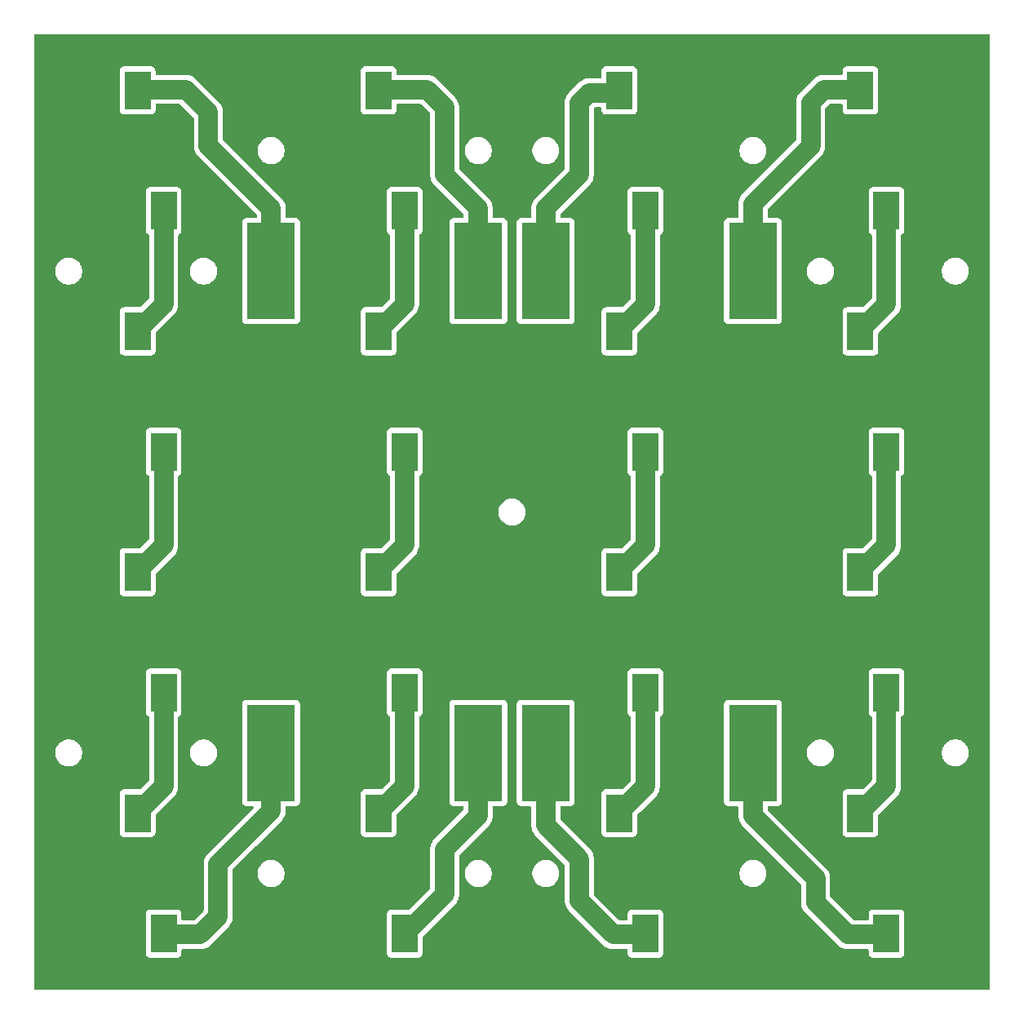
<source format=gtl>
%TF.GenerationSoftware,KiCad,Pcbnew,8.0.6*%
%TF.CreationDate,2024-12-13T09:46:09+09:00*%
%TF.ProjectId,ledplane,6c656470-6c61-46e6-952e-6b696361645f,rev?*%
%TF.SameCoordinates,Original*%
%TF.FileFunction,Copper,L1,Top*%
%TF.FilePolarity,Positive*%
%FSLAX46Y46*%
G04 Gerber Fmt 4.6, Leading zero omitted, Abs format (unit mm)*
G04 Created by KiCad (PCBNEW 8.0.6) date 2024-12-13 09:46:09*
%MOMM*%
%LPD*%
G01*
G04 APERTURE LIST*
%TA.AperFunction,SMDPad,CuDef*%
%ADD10R,2.700000X4.000000*%
%TD*%
%TA.AperFunction,SMDPad,CuDef*%
%ADD11C,7.250000*%
%TD*%
%TA.AperFunction,SMDPad,CuDef*%
%ADD12R,5.000000X10.000000*%
%TD*%
%TA.AperFunction,Conductor*%
%ADD13C,2.000000*%
%TD*%
G04 APERTURE END LIST*
D10*
%TO.P,D16,1,K*%
%TO.N,Net-(D16-K)*%
X88850000Y-93750000D03*
%TO.P,D16,2,A*%
%TO.N,Net-(D12-K)*%
X86150000Y-81250000D03*
D11*
%TO.P,D16,3,PAD*%
%TO.N,GND*%
X87500000Y-87500000D03*
%TD*%
D10*
%TO.P,D15,1,K*%
%TO.N,Net-(D15-K)*%
X63850000Y-93750000D03*
%TO.P,D15,2,A*%
%TO.N,Net-(D11-K)*%
X61150000Y-81250000D03*
D11*
%TO.P,D15,3,PAD*%
%TO.N,GND*%
X62500000Y-87500000D03*
%TD*%
D10*
%TO.P,D14,1,K*%
%TO.N,Net-(D14-K)*%
X38850000Y-93750000D03*
%TO.P,D14,2,A*%
%TO.N,Net-(D10-K)*%
X36150000Y-81250000D03*
D11*
%TO.P,D14,3,PAD*%
%TO.N,GND*%
X37500000Y-87500000D03*
%TD*%
D10*
%TO.P,D13,1,K*%
%TO.N,Net-(D13-K)*%
X13850000Y-93750000D03*
%TO.P,D13,2,A*%
%TO.N,Net-(D13-A)*%
X11150000Y-81250000D03*
D11*
%TO.P,D13,3,PAD*%
%TO.N,GND*%
X12500000Y-87500000D03*
%TD*%
D10*
%TO.P,D12,1,K*%
%TO.N,Net-(D12-K)*%
X88850000Y-68750000D03*
%TO.P,D12,2,A*%
%TO.N,Net-(D12-A)*%
X86150000Y-56250000D03*
D11*
%TO.P,D12,3,PAD*%
%TO.N,GND*%
X87500000Y-62500000D03*
%TD*%
D10*
%TO.P,D11,1,K*%
%TO.N,Net-(D11-K)*%
X63850000Y-68750000D03*
%TO.P,D11,2,A*%
%TO.N,Net-(D11-A)*%
X61150000Y-56250000D03*
D11*
%TO.P,D11,3,PAD*%
%TO.N,GND*%
X62500000Y-62500000D03*
%TD*%
D10*
%TO.P,D10,1,K*%
%TO.N,Net-(D10-K)*%
X38850000Y-68750000D03*
%TO.P,D10,2,A*%
%TO.N,Net-(D10-A)*%
X36150000Y-56250000D03*
D11*
%TO.P,D10,3,PAD*%
%TO.N,GND*%
X37500000Y-62500000D03*
%TD*%
D10*
%TO.P,D9,1,K*%
%TO.N,Net-(D13-A)*%
X13850000Y-68750000D03*
%TO.P,D9,2,A*%
%TO.N,Net-(D5-K)*%
X11150000Y-56250000D03*
D11*
%TO.P,D9,3,PAD*%
%TO.N,GND*%
X12500000Y-62500000D03*
%TD*%
D10*
%TO.P,D8,1,K*%
%TO.N,Net-(D12-A)*%
X88850000Y-43750000D03*
%TO.P,D8,2,A*%
%TO.N,Net-(D4-K)*%
X86150000Y-31250000D03*
D11*
%TO.P,D8,3,PAD*%
%TO.N,GND*%
X87500000Y-37500000D03*
%TD*%
D10*
%TO.P,D7,1,K*%
%TO.N,Net-(D11-A)*%
X63850000Y-43750000D03*
%TO.P,D7,2,A*%
%TO.N,Net-(D3-K)*%
X61150000Y-31250000D03*
D11*
%TO.P,D7,3,PAD*%
%TO.N,GND*%
X62500000Y-37500000D03*
%TD*%
D10*
%TO.P,D6,1,K*%
%TO.N,Net-(D10-A)*%
X38850000Y-43750000D03*
%TO.P,D6,2,A*%
%TO.N,Net-(D2-K)*%
X36150000Y-31250000D03*
D11*
%TO.P,D6,3,PAD*%
%TO.N,GND*%
X37500000Y-37500000D03*
%TD*%
D10*
%TO.P,D5,1,K*%
%TO.N,Net-(D5-K)*%
X13850000Y-43750000D03*
%TO.P,D5,2,A*%
%TO.N,Net-(D1-K)*%
X11150000Y-31250000D03*
D11*
%TO.P,D5,3,PAD*%
%TO.N,GND*%
X12500000Y-37500000D03*
%TD*%
D10*
%TO.P,D4,1,K*%
%TO.N,Net-(D4-K)*%
X88850000Y-18750000D03*
%TO.P,D4,2,A*%
%TO.N,Net-(D4-A)*%
X86150000Y-6250000D03*
D11*
%TO.P,D4,3,PAD*%
%TO.N,GND*%
X87500000Y-12500000D03*
%TD*%
D10*
%TO.P,D3,1,K*%
%TO.N,Net-(D3-K)*%
X63850000Y-18750000D03*
%TO.P,D3,2,A*%
%TO.N,Net-(D3-A)*%
X61150000Y-6250000D03*
D11*
%TO.P,D3,3,PAD*%
%TO.N,GND*%
X62500000Y-12500000D03*
%TD*%
D10*
%TO.P,D2,1,K*%
%TO.N,Net-(D2-K)*%
X38850000Y-18750000D03*
%TO.P,D2,2,A*%
%TO.N,Net-(D2-A)*%
X36150000Y-6250000D03*
D11*
%TO.P,D2,3,PAD*%
%TO.N,GND*%
X37500000Y-12500000D03*
%TD*%
D10*
%TO.P,D1,1,K*%
%TO.N,Net-(D1-K)*%
X13850000Y-18750000D03*
%TO.P,D1,2,A*%
%TO.N,Net-(D1-A)*%
X11150000Y-6250000D03*
D11*
%TO.P,D1,3,PAD*%
%TO.N,GND*%
X12500000Y-12500000D03*
%TD*%
D12*
%TO.P,TP8,1,1*%
%TO.N,Net-(D16-K)*%
X75000000Y-75000000D03*
%TD*%
%TO.P,TP7,1,1*%
%TO.N,Net-(D15-K)*%
X53500000Y-75000000D03*
%TD*%
%TO.P,TP6,1,1*%
%TO.N,Net-(D14-K)*%
X46500000Y-75000000D03*
%TD*%
%TO.P,TP5,1,1*%
%TO.N,Net-(D13-K)*%
X25000000Y-75000000D03*
%TD*%
%TO.P,TP4,1,1*%
%TO.N,Net-(D4-A)*%
X75000000Y-25000000D03*
%TD*%
%TO.P,TP3,1,1*%
%TO.N,Net-(D3-A)*%
X53500000Y-25000000D03*
%TD*%
%TO.P,TP2,1,1*%
%TO.N,Net-(D2-A)*%
X46500000Y-25000000D03*
%TD*%
%TO.P,TP1,1,1*%
%TO.N,Net-(D1-A)*%
X25000000Y-25000000D03*
%TD*%
D13*
%TO.N,Net-(D13-K)*%
X25000000Y-75000000D02*
X25000000Y-81000000D01*
X25000000Y-81000000D02*
X19500000Y-86500000D01*
X19500000Y-92000000D02*
X17650000Y-93850000D01*
X19500000Y-86500000D02*
X19500000Y-92000000D01*
X17650000Y-93850000D02*
X13850000Y-93850000D01*
%TO.N,Net-(D1-A)*%
X25000000Y-25000000D02*
X25000000Y-18500000D01*
X25000000Y-18500000D02*
X18500000Y-12000000D01*
X18500000Y-12000000D02*
X18500000Y-8500000D01*
X18500000Y-8500000D02*
X16150000Y-6150000D01*
X16150000Y-6150000D02*
X11150000Y-6150000D01*
%TO.N,Net-(D4-A)*%
X75000000Y-25000000D02*
X75000000Y-18000000D01*
X75000000Y-18000000D02*
X81000000Y-12000000D01*
X81000000Y-12000000D02*
X81000000Y-7500000D01*
X81000000Y-7500000D02*
X82350000Y-6150000D01*
X82350000Y-6150000D02*
X86150000Y-6150000D01*
%TO.N,Net-(D4-K)*%
X88850000Y-18850000D02*
X88850000Y-28450000D01*
X88850000Y-28450000D02*
X86150000Y-31150000D01*
%TO.N,Net-(D12-A)*%
X88850000Y-43850000D02*
X88850000Y-53450000D01*
X88850000Y-53450000D02*
X86150000Y-56150000D01*
%TO.N,Net-(D12-K)*%
X88850000Y-68850000D02*
X88850000Y-78450000D01*
X88850000Y-78450000D02*
X86150000Y-81150000D01*
%TO.N,Net-(D16-K)*%
X75000000Y-75000000D02*
X75000000Y-81500000D01*
X75000000Y-81500000D02*
X81500000Y-88000000D01*
X81500000Y-88000000D02*
X81500000Y-90500000D01*
X81500000Y-90500000D02*
X84850000Y-93850000D01*
X84850000Y-93850000D02*
X88850000Y-93850000D01*
%TO.N,Net-(D15-K)*%
X53500000Y-75000000D02*
X53500000Y-82500000D01*
X53500000Y-82500000D02*
X57000000Y-86000000D01*
X57000000Y-86000000D02*
X57000000Y-90350000D01*
X57000000Y-90350000D02*
X60500000Y-93850000D01*
X60500000Y-93850000D02*
X63850000Y-93850000D01*
%TO.N,Net-(D14-K)*%
X46500000Y-75000000D02*
X46500000Y-81500000D01*
X46500000Y-81500000D02*
X43000000Y-85000000D01*
X43000000Y-85000000D02*
X43000000Y-89700000D01*
X43000000Y-89700000D02*
X38850000Y-93850000D01*
%TO.N,Net-(D11-K)*%
X63850000Y-68850000D02*
X63850000Y-78450000D01*
X63850000Y-78450000D02*
X61150000Y-81150000D01*
%TO.N,Net-(D11-A)*%
X63850000Y-43850000D02*
X63850000Y-53450000D01*
X63850000Y-53450000D02*
X61150000Y-56150000D01*
%TO.N,Net-(D10-K)*%
X38850000Y-68850000D02*
X38850000Y-78450000D01*
X38850000Y-78450000D02*
X36150000Y-81150000D01*
%TO.N,Net-(D10-A)*%
X38850000Y-43850000D02*
X38850000Y-53450000D01*
X38850000Y-53450000D02*
X36150000Y-56150000D01*
%TO.N,Net-(D2-K)*%
X38850000Y-18850000D02*
X38850000Y-28450000D01*
X38850000Y-28450000D02*
X36150000Y-31150000D01*
%TO.N,Net-(D3-K)*%
X63850000Y-18850000D02*
X63850000Y-28450000D01*
X63850000Y-28450000D02*
X61150000Y-31150000D01*
%TO.N,Net-(D3-A)*%
X53500000Y-25000000D02*
X53500000Y-18500000D01*
X57000000Y-7500000D02*
X58000000Y-6500000D01*
X53500000Y-18500000D02*
X57000000Y-15000000D01*
X57000000Y-15000000D02*
X57000000Y-7500000D01*
X58000000Y-6500000D02*
X60800000Y-6500000D01*
X60800000Y-6500000D02*
X61150000Y-6150000D01*
%TO.N,Net-(D2-A)*%
X46500000Y-25000000D02*
X46500000Y-18500000D01*
X46500000Y-18500000D02*
X43000000Y-15000000D01*
X43000000Y-15000000D02*
X43000000Y-8000000D01*
X43000000Y-8000000D02*
X41150000Y-6150000D01*
X41150000Y-6150000D02*
X36150000Y-6150000D01*
%TO.N,Net-(D13-A)*%
X13850000Y-68850000D02*
X13850000Y-78450000D01*
X13850000Y-78450000D02*
X11150000Y-81150000D01*
%TO.N,Net-(D5-K)*%
X13850000Y-43850000D02*
X13850000Y-53450000D01*
X13850000Y-53450000D02*
X11150000Y-56150000D01*
%TO.N,Net-(D1-K)*%
X13850000Y-18850000D02*
X13850000Y-28450000D01*
X13850000Y-28450000D02*
X11150000Y-31150000D01*
%TD*%
%TA.AperFunction,Conductor*%
%TO.N,GND*%
G36*
X99542539Y-420185D02*
G01*
X99588294Y-472989D01*
X99599500Y-524500D01*
X99599500Y-99475500D01*
X99579815Y-99542539D01*
X99527011Y-99588294D01*
X99475500Y-99599500D01*
X524500Y-99599500D01*
X457461Y-99579815D01*
X411706Y-99527011D01*
X400500Y-99475500D01*
X400500Y-91702135D01*
X11999500Y-91702135D01*
X11999500Y-95797870D01*
X11999501Y-95797876D01*
X12005908Y-95857483D01*
X12056202Y-95992328D01*
X12056206Y-95992335D01*
X12142452Y-96107544D01*
X12142455Y-96107547D01*
X12257664Y-96193793D01*
X12257671Y-96193797D01*
X12392517Y-96244091D01*
X12392516Y-96244091D01*
X12399444Y-96244835D01*
X12452127Y-96250500D01*
X15247872Y-96250499D01*
X15307483Y-96244091D01*
X15442331Y-96193796D01*
X15557546Y-96107546D01*
X15643796Y-95992331D01*
X15694091Y-95857483D01*
X15700500Y-95797873D01*
X15700500Y-95474500D01*
X15720185Y-95407461D01*
X15772989Y-95361706D01*
X15824500Y-95350500D01*
X17768097Y-95350500D01*
X18001368Y-95313553D01*
X18225992Y-95240568D01*
X18436434Y-95133343D01*
X18627510Y-94994517D01*
X20644517Y-92977510D01*
X20783343Y-92786434D01*
X20890568Y-92575992D01*
X20963553Y-92351368D01*
X20975330Y-92277011D01*
X21000500Y-92118097D01*
X21000500Y-91702135D01*
X36999500Y-91702135D01*
X36999500Y-95797870D01*
X36999501Y-95797876D01*
X37005908Y-95857483D01*
X37056202Y-95992328D01*
X37056206Y-95992335D01*
X37142452Y-96107544D01*
X37142455Y-96107547D01*
X37257664Y-96193793D01*
X37257671Y-96193797D01*
X37392517Y-96244091D01*
X37392516Y-96244091D01*
X37399444Y-96244835D01*
X37452127Y-96250500D01*
X40247872Y-96250499D01*
X40307483Y-96244091D01*
X40442331Y-96193796D01*
X40557546Y-96107546D01*
X40643796Y-95992331D01*
X40694091Y-95857483D01*
X40700500Y-95797873D01*
X40700499Y-94172887D01*
X40720184Y-94105849D01*
X40736813Y-94085212D01*
X44144517Y-90677510D01*
X44283343Y-90486434D01*
X44390568Y-90275992D01*
X44431950Y-90148632D01*
X44463553Y-90051368D01*
X44500500Y-89818097D01*
X44500500Y-87389778D01*
X45099500Y-87389778D01*
X45099500Y-87610222D01*
X45105584Y-87648632D01*
X45133985Y-87827952D01*
X45202103Y-88037603D01*
X45202104Y-88037606D01*
X45302187Y-88234025D01*
X45431752Y-88412358D01*
X45431756Y-88412363D01*
X45587636Y-88568243D01*
X45587641Y-88568247D01*
X45695391Y-88646531D01*
X45765978Y-88697815D01*
X45894375Y-88763237D01*
X45962393Y-88797895D01*
X45962396Y-88797896D01*
X46067221Y-88831955D01*
X46172049Y-88866015D01*
X46389778Y-88900500D01*
X46389779Y-88900500D01*
X46610221Y-88900500D01*
X46610222Y-88900500D01*
X46827951Y-88866015D01*
X47037606Y-88797895D01*
X47234022Y-88697815D01*
X47412365Y-88568242D01*
X47568242Y-88412365D01*
X47697815Y-88234022D01*
X47797895Y-88037606D01*
X47866015Y-87827951D01*
X47900500Y-87610222D01*
X47900500Y-87389778D01*
X52099500Y-87389778D01*
X52099500Y-87610222D01*
X52105584Y-87648632D01*
X52133985Y-87827952D01*
X52202103Y-88037603D01*
X52202104Y-88037606D01*
X52302187Y-88234025D01*
X52431752Y-88412358D01*
X52431756Y-88412363D01*
X52587636Y-88568243D01*
X52587641Y-88568247D01*
X52695391Y-88646531D01*
X52765978Y-88697815D01*
X52894375Y-88763237D01*
X52962393Y-88797895D01*
X52962396Y-88797896D01*
X53067221Y-88831955D01*
X53172049Y-88866015D01*
X53389778Y-88900500D01*
X53389779Y-88900500D01*
X53610221Y-88900500D01*
X53610222Y-88900500D01*
X53827951Y-88866015D01*
X54037606Y-88797895D01*
X54234022Y-88697815D01*
X54412365Y-88568242D01*
X54568242Y-88412365D01*
X54697815Y-88234022D01*
X54797895Y-88037606D01*
X54866015Y-87827951D01*
X54900500Y-87610222D01*
X54900500Y-87389778D01*
X54866015Y-87172049D01*
X54817421Y-87022490D01*
X54797896Y-86962396D01*
X54797895Y-86962393D01*
X54763237Y-86894375D01*
X54697815Y-86765978D01*
X54681260Y-86743192D01*
X54568247Y-86587641D01*
X54568243Y-86587636D01*
X54412363Y-86431756D01*
X54412358Y-86431752D01*
X54234025Y-86302187D01*
X54234024Y-86302186D01*
X54234022Y-86302185D01*
X54171096Y-86270122D01*
X54037606Y-86202104D01*
X54037603Y-86202103D01*
X53827952Y-86133985D01*
X53719086Y-86116742D01*
X53610222Y-86099500D01*
X53389778Y-86099500D01*
X53317201Y-86110995D01*
X53172047Y-86133985D01*
X52962396Y-86202103D01*
X52962393Y-86202104D01*
X52765974Y-86302187D01*
X52587641Y-86431752D01*
X52587636Y-86431756D01*
X52431756Y-86587636D01*
X52431752Y-86587641D01*
X52302187Y-86765974D01*
X52202104Y-86962393D01*
X52202103Y-86962396D01*
X52133985Y-87172047D01*
X52133985Y-87172049D01*
X52099500Y-87389778D01*
X47900500Y-87389778D01*
X47866015Y-87172049D01*
X47817421Y-87022490D01*
X47797896Y-86962396D01*
X47797895Y-86962393D01*
X47763237Y-86894375D01*
X47697815Y-86765978D01*
X47681260Y-86743192D01*
X47568247Y-86587641D01*
X47568243Y-86587636D01*
X47412363Y-86431756D01*
X47412358Y-86431752D01*
X47234025Y-86302187D01*
X47234024Y-86302186D01*
X47234022Y-86302185D01*
X47171096Y-86270122D01*
X47037606Y-86202104D01*
X47037603Y-86202103D01*
X46827952Y-86133985D01*
X46719086Y-86116742D01*
X46610222Y-86099500D01*
X46389778Y-86099500D01*
X46317201Y-86110995D01*
X46172047Y-86133985D01*
X45962396Y-86202103D01*
X45962393Y-86202104D01*
X45765974Y-86302187D01*
X45587641Y-86431752D01*
X45587636Y-86431756D01*
X45431756Y-86587636D01*
X45431752Y-86587641D01*
X45302187Y-86765974D01*
X45202104Y-86962393D01*
X45202103Y-86962396D01*
X45133985Y-87172047D01*
X45133985Y-87172049D01*
X45099500Y-87389778D01*
X44500500Y-87389778D01*
X44500500Y-85672889D01*
X44520185Y-85605850D01*
X44536819Y-85585208D01*
X45908462Y-84213565D01*
X47644517Y-82477510D01*
X47783343Y-82286434D01*
X47890568Y-82075993D01*
X47922567Y-81977510D01*
X47935913Y-81936435D01*
X47942945Y-81914792D01*
X47963553Y-81851368D01*
X47979973Y-81747689D01*
X48000500Y-81618097D01*
X48000500Y-80624499D01*
X48020185Y-80557460D01*
X48072989Y-80511705D01*
X48124500Y-80500499D01*
X49047871Y-80500499D01*
X49047872Y-80500499D01*
X49107483Y-80494091D01*
X49242331Y-80443796D01*
X49357546Y-80357546D01*
X49443796Y-80242331D01*
X49494091Y-80107483D01*
X49500500Y-80047873D01*
X49500499Y-69952135D01*
X50499500Y-69952135D01*
X50499500Y-80047870D01*
X50499501Y-80047876D01*
X50505908Y-80107483D01*
X50556202Y-80242328D01*
X50556206Y-80242335D01*
X50642452Y-80357544D01*
X50642455Y-80357547D01*
X50757664Y-80443793D01*
X50757671Y-80443797D01*
X50892517Y-80494091D01*
X50892516Y-80494091D01*
X50899444Y-80494835D01*
X50952127Y-80500500D01*
X51875500Y-80500499D01*
X51942539Y-80520183D01*
X51988294Y-80572987D01*
X51999500Y-80624499D01*
X51999500Y-82618097D01*
X52036446Y-82851368D01*
X52109433Y-83075996D01*
X52216657Y-83286434D01*
X52355484Y-83477511D01*
X55463181Y-86585208D01*
X55496666Y-86646531D01*
X55499500Y-86672889D01*
X55499500Y-90468097D01*
X55536446Y-90701368D01*
X55609433Y-90925996D01*
X55685860Y-91075992D01*
X55716657Y-91136434D01*
X55855483Y-91327510D01*
X59522490Y-94994517D01*
X59713566Y-95133343D01*
X59816781Y-95185933D01*
X59924006Y-95240568D01*
X59924012Y-95240570D01*
X59996991Y-95264282D01*
X59996992Y-95264282D01*
X60072812Y-95288917D01*
X60148631Y-95313553D01*
X60381903Y-95350500D01*
X60381908Y-95350500D01*
X61875501Y-95350500D01*
X61942540Y-95370185D01*
X61988295Y-95422989D01*
X61999501Y-95474500D01*
X61999501Y-95797876D01*
X62005908Y-95857483D01*
X62056202Y-95992328D01*
X62056206Y-95992335D01*
X62142452Y-96107544D01*
X62142455Y-96107547D01*
X62257664Y-96193793D01*
X62257671Y-96193797D01*
X62392517Y-96244091D01*
X62392516Y-96244091D01*
X62399444Y-96244835D01*
X62452127Y-96250500D01*
X65247872Y-96250499D01*
X65307483Y-96244091D01*
X65442331Y-96193796D01*
X65557546Y-96107546D01*
X65643796Y-95992331D01*
X65694091Y-95857483D01*
X65700500Y-95797873D01*
X65700499Y-91702128D01*
X65694091Y-91642517D01*
X65643796Y-91507669D01*
X65643795Y-91507668D01*
X65643793Y-91507664D01*
X65557547Y-91392455D01*
X65557544Y-91392452D01*
X65442335Y-91306206D01*
X65442328Y-91306202D01*
X65307482Y-91255908D01*
X65307483Y-91255908D01*
X65247883Y-91249501D01*
X65247881Y-91249500D01*
X65247873Y-91249500D01*
X65247864Y-91249500D01*
X62452129Y-91249500D01*
X62452123Y-91249501D01*
X62392516Y-91255908D01*
X62257671Y-91306202D01*
X62257664Y-91306206D01*
X62142455Y-91392452D01*
X62142452Y-91392455D01*
X62056206Y-91507664D01*
X62056202Y-91507671D01*
X62005908Y-91642517D01*
X61999501Y-91702116D01*
X61999501Y-91702123D01*
X61999500Y-91702135D01*
X61999500Y-92225500D01*
X61979815Y-92292539D01*
X61927011Y-92338294D01*
X61875500Y-92349500D01*
X61172889Y-92349500D01*
X61105850Y-92329815D01*
X61085208Y-92313181D01*
X58536819Y-89764792D01*
X58503334Y-89703469D01*
X58500500Y-89677111D01*
X58500500Y-87389778D01*
X73599500Y-87389778D01*
X73599500Y-87610222D01*
X73605584Y-87648632D01*
X73633985Y-87827952D01*
X73702103Y-88037603D01*
X73702104Y-88037606D01*
X73802187Y-88234025D01*
X73931752Y-88412358D01*
X73931756Y-88412363D01*
X74087636Y-88568243D01*
X74087641Y-88568247D01*
X74195391Y-88646531D01*
X74265978Y-88697815D01*
X74394375Y-88763237D01*
X74462393Y-88797895D01*
X74462396Y-88797896D01*
X74567221Y-88831955D01*
X74672049Y-88866015D01*
X74889778Y-88900500D01*
X74889779Y-88900500D01*
X75110221Y-88900500D01*
X75110222Y-88900500D01*
X75327951Y-88866015D01*
X75537606Y-88797895D01*
X75734022Y-88697815D01*
X75912365Y-88568242D01*
X76068242Y-88412365D01*
X76197815Y-88234022D01*
X76297895Y-88037606D01*
X76366015Y-87827951D01*
X76400500Y-87610222D01*
X76400500Y-87389778D01*
X76366015Y-87172049D01*
X76317421Y-87022490D01*
X76297896Y-86962396D01*
X76297895Y-86962393D01*
X76263237Y-86894375D01*
X76197815Y-86765978D01*
X76181260Y-86743192D01*
X76068247Y-86587641D01*
X76068243Y-86587636D01*
X75912363Y-86431756D01*
X75912358Y-86431752D01*
X75734025Y-86302187D01*
X75734024Y-86302186D01*
X75734022Y-86302185D01*
X75671096Y-86270122D01*
X75537606Y-86202104D01*
X75537603Y-86202103D01*
X75327952Y-86133985D01*
X75219086Y-86116742D01*
X75110222Y-86099500D01*
X74889778Y-86099500D01*
X74817201Y-86110995D01*
X74672047Y-86133985D01*
X74462396Y-86202103D01*
X74462393Y-86202104D01*
X74265974Y-86302187D01*
X74087641Y-86431752D01*
X74087636Y-86431756D01*
X73931756Y-86587636D01*
X73931752Y-86587641D01*
X73802187Y-86765974D01*
X73702104Y-86962393D01*
X73702103Y-86962396D01*
X73633985Y-87172047D01*
X73633985Y-87172049D01*
X73599500Y-87389778D01*
X58500500Y-87389778D01*
X58500500Y-85881902D01*
X58463553Y-85648631D01*
X58392075Y-85428647D01*
X58391012Y-85424880D01*
X58390568Y-85424008D01*
X58390568Y-85424007D01*
X58283343Y-85213566D01*
X58144517Y-85022490D01*
X55036819Y-81914792D01*
X55003334Y-81853469D01*
X55000500Y-81827111D01*
X55000500Y-80624499D01*
X55020185Y-80557460D01*
X55072989Y-80511705D01*
X55124500Y-80500499D01*
X56047871Y-80500499D01*
X56047872Y-80500499D01*
X56107483Y-80494091D01*
X56242331Y-80443796D01*
X56357546Y-80357546D01*
X56443796Y-80242331D01*
X56494091Y-80107483D01*
X56500500Y-80047873D01*
X56500500Y-79202135D01*
X59299500Y-79202135D01*
X59299500Y-83297870D01*
X59299501Y-83297876D01*
X59305908Y-83357483D01*
X59356202Y-83492328D01*
X59356206Y-83492335D01*
X59442452Y-83607544D01*
X59442455Y-83607547D01*
X59557664Y-83693793D01*
X59557671Y-83693797D01*
X59692517Y-83744091D01*
X59692516Y-83744091D01*
X59699444Y-83744835D01*
X59752127Y-83750500D01*
X62547872Y-83750499D01*
X62607483Y-83744091D01*
X62742331Y-83693796D01*
X62857546Y-83607546D01*
X62943796Y-83492331D01*
X62994091Y-83357483D01*
X63000500Y-83297873D01*
X63000499Y-81472888D01*
X63020184Y-81405850D01*
X63036818Y-81385208D01*
X63303934Y-81118092D01*
X64994518Y-79427510D01*
X65133343Y-79236433D01*
X65240568Y-79025992D01*
X65313553Y-78801368D01*
X65322217Y-78746666D01*
X65350500Y-78568097D01*
X65350500Y-71314141D01*
X65370185Y-71247102D01*
X65422989Y-71201347D01*
X65431149Y-71197966D01*
X65442331Y-71193796D01*
X65557546Y-71107546D01*
X65643796Y-70992331D01*
X65694091Y-70857483D01*
X65700500Y-70797873D01*
X65700500Y-69952135D01*
X71999500Y-69952135D01*
X71999500Y-80047870D01*
X71999501Y-80047876D01*
X72005908Y-80107483D01*
X72056202Y-80242328D01*
X72056206Y-80242335D01*
X72142452Y-80357544D01*
X72142455Y-80357547D01*
X72257664Y-80443793D01*
X72257671Y-80443797D01*
X72392517Y-80494091D01*
X72392516Y-80494091D01*
X72399444Y-80494835D01*
X72452127Y-80500500D01*
X73375500Y-80500499D01*
X73442539Y-80520183D01*
X73488294Y-80572987D01*
X73499500Y-80624499D01*
X73499500Y-81618097D01*
X73536446Y-81851368D01*
X73609433Y-82075996D01*
X73716657Y-82286434D01*
X73855484Y-82477511D01*
X79963181Y-88585208D01*
X79996666Y-88646531D01*
X79999500Y-88672889D01*
X79999500Y-90618097D01*
X80036446Y-90851368D01*
X80109433Y-91075996D01*
X80179333Y-91213181D01*
X80216657Y-91286434D01*
X80355483Y-91477510D01*
X83872490Y-94994517D01*
X84063566Y-95133343D01*
X84166781Y-95185933D01*
X84274006Y-95240568D01*
X84274012Y-95240570D01*
X84346991Y-95264282D01*
X84346992Y-95264282D01*
X84422812Y-95288917D01*
X84498631Y-95313553D01*
X84731903Y-95350500D01*
X84731908Y-95350500D01*
X86875501Y-95350500D01*
X86942540Y-95370185D01*
X86988295Y-95422989D01*
X86999501Y-95474500D01*
X86999501Y-95797876D01*
X87005908Y-95857483D01*
X87056202Y-95992328D01*
X87056206Y-95992335D01*
X87142452Y-96107544D01*
X87142455Y-96107547D01*
X87257664Y-96193793D01*
X87257671Y-96193797D01*
X87392517Y-96244091D01*
X87392516Y-96244091D01*
X87399444Y-96244835D01*
X87452127Y-96250500D01*
X90247872Y-96250499D01*
X90307483Y-96244091D01*
X90442331Y-96193796D01*
X90557546Y-96107546D01*
X90643796Y-95992331D01*
X90694091Y-95857483D01*
X90700500Y-95797873D01*
X90700499Y-91702128D01*
X90694091Y-91642517D01*
X90643796Y-91507669D01*
X90643795Y-91507668D01*
X90643793Y-91507664D01*
X90557547Y-91392455D01*
X90557544Y-91392452D01*
X90442335Y-91306206D01*
X90442328Y-91306202D01*
X90307482Y-91255908D01*
X90307483Y-91255908D01*
X90247883Y-91249501D01*
X90247881Y-91249500D01*
X90247873Y-91249500D01*
X90247864Y-91249500D01*
X87452129Y-91249500D01*
X87452123Y-91249501D01*
X87392516Y-91255908D01*
X87257671Y-91306202D01*
X87257664Y-91306206D01*
X87142455Y-91392452D01*
X87142452Y-91392455D01*
X87056206Y-91507664D01*
X87056202Y-91507671D01*
X87005908Y-91642517D01*
X86999501Y-91702116D01*
X86999501Y-91702123D01*
X86999500Y-91702135D01*
X86999500Y-92225500D01*
X86979815Y-92292539D01*
X86927011Y-92338294D01*
X86875500Y-92349500D01*
X85522889Y-92349500D01*
X85455850Y-92329815D01*
X85435208Y-92313181D01*
X83036819Y-89914792D01*
X83003334Y-89853469D01*
X83000500Y-89827111D01*
X83000500Y-87881902D01*
X82963553Y-87648631D01*
X82890566Y-87424003D01*
X82783342Y-87213565D01*
X82705082Y-87105850D01*
X82644517Y-87022490D01*
X76536819Y-80914792D01*
X76503334Y-80853469D01*
X76500500Y-80827111D01*
X76500500Y-80624499D01*
X76520185Y-80557460D01*
X76572989Y-80511705D01*
X76624500Y-80500499D01*
X77547871Y-80500499D01*
X77547872Y-80500499D01*
X77607483Y-80494091D01*
X77742331Y-80443796D01*
X77857546Y-80357546D01*
X77943796Y-80242331D01*
X77994091Y-80107483D01*
X78000500Y-80047873D01*
X78000500Y-79202135D01*
X84299500Y-79202135D01*
X84299500Y-83297870D01*
X84299501Y-83297876D01*
X84305908Y-83357483D01*
X84356202Y-83492328D01*
X84356206Y-83492335D01*
X84442452Y-83607544D01*
X84442455Y-83607547D01*
X84557664Y-83693793D01*
X84557671Y-83693797D01*
X84692517Y-83744091D01*
X84692516Y-83744091D01*
X84699444Y-83744835D01*
X84752127Y-83750500D01*
X87547872Y-83750499D01*
X87607483Y-83744091D01*
X87742331Y-83693796D01*
X87857546Y-83607546D01*
X87943796Y-83492331D01*
X87994091Y-83357483D01*
X88000500Y-83297873D01*
X88000499Y-81472888D01*
X88020184Y-81405850D01*
X88036818Y-81385208D01*
X88303934Y-81118092D01*
X89994518Y-79427510D01*
X90133343Y-79236433D01*
X90240568Y-79025992D01*
X90313553Y-78801368D01*
X90322217Y-78746666D01*
X90350500Y-78568097D01*
X90350500Y-74889778D01*
X94599500Y-74889778D01*
X94599500Y-75110221D01*
X94633985Y-75327952D01*
X94702103Y-75537603D01*
X94702104Y-75537606D01*
X94802187Y-75734025D01*
X94931752Y-75912358D01*
X94931756Y-75912363D01*
X95087636Y-76068243D01*
X95087641Y-76068247D01*
X95243192Y-76181260D01*
X95265978Y-76197815D01*
X95394375Y-76263237D01*
X95462393Y-76297895D01*
X95462396Y-76297896D01*
X95567221Y-76331955D01*
X95672049Y-76366015D01*
X95889778Y-76400500D01*
X95889779Y-76400500D01*
X96110221Y-76400500D01*
X96110222Y-76400500D01*
X96327951Y-76366015D01*
X96537606Y-76297895D01*
X96734022Y-76197815D01*
X96912365Y-76068242D01*
X97068242Y-75912365D01*
X97197815Y-75734022D01*
X97297895Y-75537606D01*
X97366015Y-75327951D01*
X97400500Y-75110222D01*
X97400500Y-74889778D01*
X97366015Y-74672049D01*
X97297895Y-74462394D01*
X97297895Y-74462393D01*
X97263237Y-74394375D01*
X97197815Y-74265978D01*
X97181260Y-74243192D01*
X97068247Y-74087641D01*
X97068243Y-74087636D01*
X96912363Y-73931756D01*
X96912358Y-73931752D01*
X96734025Y-73802187D01*
X96734024Y-73802186D01*
X96734022Y-73802185D01*
X96671096Y-73770122D01*
X96537606Y-73702104D01*
X96537603Y-73702103D01*
X96327952Y-73633985D01*
X96219086Y-73616742D01*
X96110222Y-73599500D01*
X95889778Y-73599500D01*
X95817201Y-73610995D01*
X95672047Y-73633985D01*
X95462396Y-73702103D01*
X95462393Y-73702104D01*
X95265974Y-73802187D01*
X95087641Y-73931752D01*
X95087636Y-73931756D01*
X94931756Y-74087636D01*
X94931752Y-74087641D01*
X94802187Y-74265974D01*
X94702104Y-74462393D01*
X94702103Y-74462396D01*
X94633985Y-74672047D01*
X94599500Y-74889778D01*
X90350500Y-74889778D01*
X90350500Y-71314141D01*
X90370185Y-71247102D01*
X90422989Y-71201347D01*
X90431149Y-71197966D01*
X90442331Y-71193796D01*
X90557546Y-71107546D01*
X90643796Y-70992331D01*
X90694091Y-70857483D01*
X90700500Y-70797873D01*
X90700499Y-66702128D01*
X90694091Y-66642517D01*
X90643796Y-66507669D01*
X90643795Y-66507668D01*
X90643793Y-66507664D01*
X90557547Y-66392455D01*
X90557544Y-66392452D01*
X90442335Y-66306206D01*
X90442328Y-66306202D01*
X90307482Y-66255908D01*
X90307483Y-66255908D01*
X90247883Y-66249501D01*
X90247881Y-66249500D01*
X90247873Y-66249500D01*
X90247864Y-66249500D01*
X87452129Y-66249500D01*
X87452123Y-66249501D01*
X87392516Y-66255908D01*
X87257671Y-66306202D01*
X87257664Y-66306206D01*
X87142455Y-66392452D01*
X87142452Y-66392455D01*
X87056206Y-66507664D01*
X87056202Y-66507671D01*
X87005908Y-66642517D01*
X86999501Y-66702116D01*
X86999501Y-66702123D01*
X86999500Y-66702135D01*
X86999500Y-70797870D01*
X86999501Y-70797876D01*
X87005908Y-70857483D01*
X87056202Y-70992328D01*
X87056206Y-70992335D01*
X87142452Y-71107544D01*
X87142455Y-71107547D01*
X87257665Y-71193794D01*
X87257667Y-71193794D01*
X87257669Y-71193796D01*
X87268830Y-71197958D01*
X87324764Y-71239826D01*
X87349184Y-71305289D01*
X87349500Y-71314141D01*
X87349500Y-77777110D01*
X87329815Y-77844149D01*
X87313181Y-77864791D01*
X86464790Y-78713181D01*
X86403467Y-78746666D01*
X86377109Y-78749500D01*
X84752129Y-78749500D01*
X84752123Y-78749501D01*
X84692516Y-78755908D01*
X84557671Y-78806202D01*
X84557664Y-78806206D01*
X84442455Y-78892452D01*
X84442452Y-78892455D01*
X84356206Y-79007664D01*
X84356202Y-79007671D01*
X84305908Y-79142517D01*
X84299501Y-79202116D01*
X84299500Y-79202135D01*
X78000500Y-79202135D01*
X78000499Y-74889778D01*
X80599500Y-74889778D01*
X80599500Y-75110221D01*
X80633985Y-75327952D01*
X80702103Y-75537603D01*
X80702104Y-75537606D01*
X80802187Y-75734025D01*
X80931752Y-75912358D01*
X80931756Y-75912363D01*
X81087636Y-76068243D01*
X81087641Y-76068247D01*
X81243192Y-76181260D01*
X81265978Y-76197815D01*
X81394375Y-76263237D01*
X81462393Y-76297895D01*
X81462396Y-76297896D01*
X81567221Y-76331955D01*
X81672049Y-76366015D01*
X81889778Y-76400500D01*
X81889779Y-76400500D01*
X82110221Y-76400500D01*
X82110222Y-76400500D01*
X82327951Y-76366015D01*
X82537606Y-76297895D01*
X82734022Y-76197815D01*
X82912365Y-76068242D01*
X83068242Y-75912365D01*
X83197815Y-75734022D01*
X83297895Y-75537606D01*
X83366015Y-75327951D01*
X83400500Y-75110222D01*
X83400500Y-74889778D01*
X83366015Y-74672049D01*
X83297895Y-74462394D01*
X83297895Y-74462393D01*
X83263237Y-74394375D01*
X83197815Y-74265978D01*
X83181260Y-74243192D01*
X83068247Y-74087641D01*
X83068243Y-74087636D01*
X82912363Y-73931756D01*
X82912358Y-73931752D01*
X82734025Y-73802187D01*
X82734024Y-73802186D01*
X82734022Y-73802185D01*
X82671096Y-73770122D01*
X82537606Y-73702104D01*
X82537603Y-73702103D01*
X82327952Y-73633985D01*
X82219086Y-73616742D01*
X82110222Y-73599500D01*
X81889778Y-73599500D01*
X81817201Y-73610995D01*
X81672047Y-73633985D01*
X81462396Y-73702103D01*
X81462393Y-73702104D01*
X81265974Y-73802187D01*
X81087641Y-73931752D01*
X81087636Y-73931756D01*
X80931756Y-74087636D01*
X80931752Y-74087641D01*
X80802187Y-74265974D01*
X80702104Y-74462393D01*
X80702103Y-74462396D01*
X80633985Y-74672047D01*
X80599500Y-74889778D01*
X78000499Y-74889778D01*
X78000499Y-69952128D01*
X77994091Y-69892517D01*
X77943796Y-69757669D01*
X77943795Y-69757668D01*
X77943793Y-69757664D01*
X77857547Y-69642455D01*
X77857544Y-69642452D01*
X77742335Y-69556206D01*
X77742328Y-69556202D01*
X77607482Y-69505908D01*
X77607483Y-69505908D01*
X77547883Y-69499501D01*
X77547881Y-69499500D01*
X77547873Y-69499500D01*
X77547864Y-69499500D01*
X72452129Y-69499500D01*
X72452123Y-69499501D01*
X72392516Y-69505908D01*
X72257671Y-69556202D01*
X72257664Y-69556206D01*
X72142455Y-69642452D01*
X72142452Y-69642455D01*
X72056206Y-69757664D01*
X72056202Y-69757671D01*
X72005908Y-69892517D01*
X71999501Y-69952116D01*
X71999501Y-69952123D01*
X71999500Y-69952135D01*
X65700500Y-69952135D01*
X65700499Y-66702128D01*
X65694091Y-66642517D01*
X65643796Y-66507669D01*
X65643795Y-66507668D01*
X65643793Y-66507664D01*
X65557547Y-66392455D01*
X65557544Y-66392452D01*
X65442335Y-66306206D01*
X65442328Y-66306202D01*
X65307482Y-66255908D01*
X65307483Y-66255908D01*
X65247883Y-66249501D01*
X65247881Y-66249500D01*
X65247873Y-66249500D01*
X65247864Y-66249500D01*
X62452129Y-66249500D01*
X62452123Y-66249501D01*
X62392516Y-66255908D01*
X62257671Y-66306202D01*
X62257664Y-66306206D01*
X62142455Y-66392452D01*
X62142452Y-66392455D01*
X62056206Y-66507664D01*
X62056202Y-66507671D01*
X62005908Y-66642517D01*
X61999501Y-66702116D01*
X61999501Y-66702123D01*
X61999500Y-66702135D01*
X61999500Y-70797870D01*
X61999501Y-70797876D01*
X62005908Y-70857483D01*
X62056202Y-70992328D01*
X62056206Y-70992335D01*
X62142452Y-71107544D01*
X62142455Y-71107547D01*
X62257665Y-71193794D01*
X62257667Y-71193794D01*
X62257669Y-71193796D01*
X62268830Y-71197958D01*
X62324764Y-71239826D01*
X62349184Y-71305289D01*
X62349500Y-71314141D01*
X62349500Y-77777110D01*
X62329815Y-77844149D01*
X62313181Y-77864791D01*
X61464790Y-78713181D01*
X61403467Y-78746666D01*
X61377109Y-78749500D01*
X59752129Y-78749500D01*
X59752123Y-78749501D01*
X59692516Y-78755908D01*
X59557671Y-78806202D01*
X59557664Y-78806206D01*
X59442455Y-78892452D01*
X59442452Y-78892455D01*
X59356206Y-79007664D01*
X59356202Y-79007671D01*
X59305908Y-79142517D01*
X59299501Y-79202116D01*
X59299500Y-79202135D01*
X56500500Y-79202135D01*
X56500499Y-69952128D01*
X56494091Y-69892517D01*
X56443796Y-69757669D01*
X56443795Y-69757668D01*
X56443793Y-69757664D01*
X56357547Y-69642455D01*
X56357544Y-69642452D01*
X56242335Y-69556206D01*
X56242328Y-69556202D01*
X56107482Y-69505908D01*
X56107483Y-69505908D01*
X56047883Y-69499501D01*
X56047881Y-69499500D01*
X56047873Y-69499500D01*
X56047864Y-69499500D01*
X50952129Y-69499500D01*
X50952123Y-69499501D01*
X50892516Y-69505908D01*
X50757671Y-69556202D01*
X50757664Y-69556206D01*
X50642455Y-69642452D01*
X50642452Y-69642455D01*
X50556206Y-69757664D01*
X50556202Y-69757671D01*
X50505908Y-69892517D01*
X50499501Y-69952116D01*
X50499501Y-69952123D01*
X50499500Y-69952135D01*
X49500499Y-69952135D01*
X49500499Y-69952128D01*
X49494091Y-69892517D01*
X49443796Y-69757669D01*
X49443795Y-69757668D01*
X49443793Y-69757664D01*
X49357547Y-69642455D01*
X49357544Y-69642452D01*
X49242335Y-69556206D01*
X49242328Y-69556202D01*
X49107482Y-69505908D01*
X49107483Y-69505908D01*
X49047883Y-69499501D01*
X49047881Y-69499500D01*
X49047873Y-69499500D01*
X49047864Y-69499500D01*
X43952129Y-69499500D01*
X43952123Y-69499501D01*
X43892516Y-69505908D01*
X43757671Y-69556202D01*
X43757664Y-69556206D01*
X43642455Y-69642452D01*
X43642452Y-69642455D01*
X43556206Y-69757664D01*
X43556202Y-69757671D01*
X43505908Y-69892517D01*
X43499501Y-69952116D01*
X43499501Y-69952123D01*
X43499500Y-69952135D01*
X43499500Y-80047870D01*
X43499501Y-80047876D01*
X43505908Y-80107483D01*
X43556202Y-80242328D01*
X43556206Y-80242335D01*
X43642452Y-80357544D01*
X43642455Y-80357547D01*
X43757664Y-80443793D01*
X43757671Y-80443797D01*
X43892517Y-80494091D01*
X43892516Y-80494091D01*
X43899444Y-80494835D01*
X43952127Y-80500500D01*
X44875500Y-80500499D01*
X44942539Y-80520183D01*
X44988294Y-80572987D01*
X44999500Y-80624499D01*
X44999500Y-80827111D01*
X44979815Y-80894150D01*
X44963181Y-80914792D01*
X41855485Y-84022487D01*
X41855484Y-84022488D01*
X41716657Y-84213565D01*
X41609433Y-84424003D01*
X41536446Y-84648631D01*
X41499500Y-84881902D01*
X41499500Y-89027110D01*
X41479815Y-89094149D01*
X41463181Y-89114791D01*
X39364790Y-91213181D01*
X39303467Y-91246666D01*
X39277109Y-91249500D01*
X37452129Y-91249500D01*
X37452123Y-91249501D01*
X37392516Y-91255908D01*
X37257671Y-91306202D01*
X37257664Y-91306206D01*
X37142455Y-91392452D01*
X37142452Y-91392455D01*
X37056206Y-91507664D01*
X37056202Y-91507671D01*
X37005908Y-91642517D01*
X36999501Y-91702116D01*
X36999501Y-91702123D01*
X36999500Y-91702135D01*
X21000500Y-91702135D01*
X21000500Y-87389778D01*
X23599500Y-87389778D01*
X23599500Y-87610222D01*
X23605584Y-87648632D01*
X23633985Y-87827952D01*
X23702103Y-88037603D01*
X23702104Y-88037606D01*
X23802187Y-88234025D01*
X23931752Y-88412358D01*
X23931756Y-88412363D01*
X24087636Y-88568243D01*
X24087641Y-88568247D01*
X24195391Y-88646531D01*
X24265978Y-88697815D01*
X24394375Y-88763237D01*
X24462393Y-88797895D01*
X24462396Y-88797896D01*
X24567221Y-88831955D01*
X24672049Y-88866015D01*
X24889778Y-88900500D01*
X24889779Y-88900500D01*
X25110221Y-88900500D01*
X25110222Y-88900500D01*
X25327951Y-88866015D01*
X25537606Y-88797895D01*
X25734022Y-88697815D01*
X25912365Y-88568242D01*
X26068242Y-88412365D01*
X26197815Y-88234022D01*
X26297895Y-88037606D01*
X26366015Y-87827951D01*
X26400500Y-87610222D01*
X26400500Y-87389778D01*
X26366015Y-87172049D01*
X26317421Y-87022490D01*
X26297896Y-86962396D01*
X26297895Y-86962393D01*
X26263237Y-86894375D01*
X26197815Y-86765978D01*
X26181260Y-86743192D01*
X26068247Y-86587641D01*
X26068243Y-86587636D01*
X25912363Y-86431756D01*
X25912358Y-86431752D01*
X25734025Y-86302187D01*
X25734024Y-86302186D01*
X25734022Y-86302185D01*
X25671096Y-86270122D01*
X25537606Y-86202104D01*
X25537603Y-86202103D01*
X25327952Y-86133985D01*
X25219086Y-86116742D01*
X25110222Y-86099500D01*
X24889778Y-86099500D01*
X24817201Y-86110995D01*
X24672047Y-86133985D01*
X24462396Y-86202103D01*
X24462393Y-86202104D01*
X24265974Y-86302187D01*
X24087641Y-86431752D01*
X24087636Y-86431756D01*
X23931756Y-86587636D01*
X23931752Y-86587641D01*
X23802187Y-86765974D01*
X23702104Y-86962393D01*
X23702103Y-86962396D01*
X23633985Y-87172047D01*
X23633985Y-87172049D01*
X23599500Y-87389778D01*
X21000500Y-87389778D01*
X21000500Y-87172889D01*
X21020185Y-87105850D01*
X21036819Y-87085208D01*
X23473396Y-84648631D01*
X26144518Y-81977510D01*
X26283343Y-81786433D01*
X26390568Y-81575992D01*
X26463553Y-81351368D01*
X26500500Y-81118097D01*
X26500500Y-80624499D01*
X26520185Y-80557460D01*
X26572989Y-80511705D01*
X26624500Y-80500499D01*
X27547871Y-80500499D01*
X27547872Y-80500499D01*
X27607483Y-80494091D01*
X27742331Y-80443796D01*
X27857546Y-80357546D01*
X27943796Y-80242331D01*
X27994091Y-80107483D01*
X28000500Y-80047873D01*
X28000500Y-79202135D01*
X34299500Y-79202135D01*
X34299500Y-83297870D01*
X34299501Y-83297876D01*
X34305908Y-83357483D01*
X34356202Y-83492328D01*
X34356206Y-83492335D01*
X34442452Y-83607544D01*
X34442455Y-83607547D01*
X34557664Y-83693793D01*
X34557671Y-83693797D01*
X34692517Y-83744091D01*
X34692516Y-83744091D01*
X34699444Y-83744835D01*
X34752127Y-83750500D01*
X37547872Y-83750499D01*
X37607483Y-83744091D01*
X37742331Y-83693796D01*
X37857546Y-83607546D01*
X37943796Y-83492331D01*
X37994091Y-83357483D01*
X38000500Y-83297873D01*
X38000499Y-81472888D01*
X38020184Y-81405850D01*
X38036818Y-81385208D01*
X38303934Y-81118092D01*
X39994518Y-79427510D01*
X40133343Y-79236433D01*
X40240568Y-79025992D01*
X40313553Y-78801368D01*
X40322217Y-78746666D01*
X40350500Y-78568097D01*
X40350500Y-71314141D01*
X40370185Y-71247102D01*
X40422989Y-71201347D01*
X40431149Y-71197966D01*
X40442331Y-71193796D01*
X40557546Y-71107546D01*
X40643796Y-70992331D01*
X40694091Y-70857483D01*
X40700500Y-70797873D01*
X40700499Y-66702128D01*
X40694091Y-66642517D01*
X40643796Y-66507669D01*
X40643795Y-66507668D01*
X40643793Y-66507664D01*
X40557547Y-66392455D01*
X40557544Y-66392452D01*
X40442335Y-66306206D01*
X40442328Y-66306202D01*
X40307482Y-66255908D01*
X40307483Y-66255908D01*
X40247883Y-66249501D01*
X40247881Y-66249500D01*
X40247873Y-66249500D01*
X40247864Y-66249500D01*
X37452129Y-66249500D01*
X37452123Y-66249501D01*
X37392516Y-66255908D01*
X37257671Y-66306202D01*
X37257664Y-66306206D01*
X37142455Y-66392452D01*
X37142452Y-66392455D01*
X37056206Y-66507664D01*
X37056202Y-66507671D01*
X37005908Y-66642517D01*
X36999501Y-66702116D01*
X36999501Y-66702123D01*
X36999500Y-66702135D01*
X36999500Y-70797870D01*
X36999501Y-70797876D01*
X37005908Y-70857483D01*
X37056202Y-70992328D01*
X37056206Y-70992335D01*
X37142452Y-71107544D01*
X37142455Y-71107547D01*
X37257665Y-71193794D01*
X37257667Y-71193794D01*
X37257669Y-71193796D01*
X37268830Y-71197958D01*
X37324764Y-71239826D01*
X37349184Y-71305289D01*
X37349500Y-71314141D01*
X37349500Y-77777110D01*
X37329815Y-77844149D01*
X37313181Y-77864791D01*
X36464790Y-78713181D01*
X36403467Y-78746666D01*
X36377109Y-78749500D01*
X34752129Y-78749500D01*
X34752123Y-78749501D01*
X34692516Y-78755908D01*
X34557671Y-78806202D01*
X34557664Y-78806206D01*
X34442455Y-78892452D01*
X34442452Y-78892455D01*
X34356206Y-79007664D01*
X34356202Y-79007671D01*
X34305908Y-79142517D01*
X34299501Y-79202116D01*
X34299500Y-79202135D01*
X28000500Y-79202135D01*
X28000499Y-69952128D01*
X27994091Y-69892517D01*
X27943796Y-69757669D01*
X27943795Y-69757668D01*
X27943793Y-69757664D01*
X27857547Y-69642455D01*
X27857544Y-69642452D01*
X27742335Y-69556206D01*
X27742328Y-69556202D01*
X27607482Y-69505908D01*
X27607483Y-69505908D01*
X27547883Y-69499501D01*
X27547881Y-69499500D01*
X27547873Y-69499500D01*
X27547864Y-69499500D01*
X22452129Y-69499500D01*
X22452123Y-69499501D01*
X22392516Y-69505908D01*
X22257671Y-69556202D01*
X22257664Y-69556206D01*
X22142455Y-69642452D01*
X22142452Y-69642455D01*
X22056206Y-69757664D01*
X22056202Y-69757671D01*
X22005908Y-69892517D01*
X21999501Y-69952116D01*
X21999501Y-69952123D01*
X21999500Y-69952135D01*
X21999500Y-80047870D01*
X21999501Y-80047876D01*
X22005908Y-80107483D01*
X22056202Y-80242328D01*
X22056206Y-80242335D01*
X22142452Y-80357544D01*
X22142455Y-80357547D01*
X22257664Y-80443793D01*
X22257671Y-80443797D01*
X22392517Y-80494091D01*
X22392516Y-80494091D01*
X22399444Y-80494835D01*
X22452127Y-80500500D01*
X23078110Y-80500499D01*
X23145148Y-80520183D01*
X23190903Y-80572987D01*
X23200847Y-80642146D01*
X23171822Y-80705702D01*
X23165790Y-80712180D01*
X18355485Y-85522487D01*
X18355484Y-85522488D01*
X18216657Y-85713565D01*
X18179529Y-85786434D01*
X18109434Y-85924003D01*
X18036446Y-86148631D01*
X17999500Y-86381902D01*
X17999500Y-91327111D01*
X17979815Y-91394150D01*
X17963181Y-91414792D01*
X17064792Y-92313181D01*
X17003469Y-92346666D01*
X16977111Y-92349500D01*
X15824499Y-92349500D01*
X15757460Y-92329815D01*
X15711705Y-92277011D01*
X15700499Y-92225500D01*
X15700499Y-91702129D01*
X15700498Y-91702123D01*
X15700497Y-91702116D01*
X15694091Y-91642517D01*
X15643796Y-91507669D01*
X15643795Y-91507668D01*
X15643793Y-91507664D01*
X15557547Y-91392455D01*
X15557544Y-91392452D01*
X15442335Y-91306206D01*
X15442328Y-91306202D01*
X15307482Y-91255908D01*
X15307483Y-91255908D01*
X15247883Y-91249501D01*
X15247881Y-91249500D01*
X15247873Y-91249500D01*
X15247864Y-91249500D01*
X12452129Y-91249500D01*
X12452123Y-91249501D01*
X12392516Y-91255908D01*
X12257671Y-91306202D01*
X12257664Y-91306206D01*
X12142455Y-91392452D01*
X12142452Y-91392455D01*
X12056206Y-91507664D01*
X12056202Y-91507671D01*
X12005908Y-91642517D01*
X11999501Y-91702116D01*
X11999501Y-91702123D01*
X11999500Y-91702135D01*
X400500Y-91702135D01*
X400500Y-79202135D01*
X9299500Y-79202135D01*
X9299500Y-83297870D01*
X9299501Y-83297876D01*
X9305908Y-83357483D01*
X9356202Y-83492328D01*
X9356206Y-83492335D01*
X9442452Y-83607544D01*
X9442455Y-83607547D01*
X9557664Y-83693793D01*
X9557671Y-83693797D01*
X9692517Y-83744091D01*
X9692516Y-83744091D01*
X9699444Y-83744835D01*
X9752127Y-83750500D01*
X12547872Y-83750499D01*
X12607483Y-83744091D01*
X12742331Y-83693796D01*
X12857546Y-83607546D01*
X12943796Y-83492331D01*
X12994091Y-83357483D01*
X13000500Y-83297873D01*
X13000499Y-81472888D01*
X13020184Y-81405850D01*
X13036818Y-81385208D01*
X13303934Y-81118092D01*
X14994518Y-79427510D01*
X15133343Y-79236433D01*
X15240568Y-79025992D01*
X15313553Y-78801368D01*
X15322217Y-78746666D01*
X15350500Y-78568097D01*
X15350500Y-74889778D01*
X16599500Y-74889778D01*
X16599500Y-75110221D01*
X16633985Y-75327952D01*
X16702103Y-75537603D01*
X16702104Y-75537606D01*
X16802187Y-75734025D01*
X16931752Y-75912358D01*
X16931756Y-75912363D01*
X17087636Y-76068243D01*
X17087641Y-76068247D01*
X17243192Y-76181260D01*
X17265978Y-76197815D01*
X17394375Y-76263237D01*
X17462393Y-76297895D01*
X17462396Y-76297896D01*
X17567221Y-76331955D01*
X17672049Y-76366015D01*
X17889778Y-76400500D01*
X17889779Y-76400500D01*
X18110221Y-76400500D01*
X18110222Y-76400500D01*
X18327951Y-76366015D01*
X18537606Y-76297895D01*
X18734022Y-76197815D01*
X18912365Y-76068242D01*
X19068242Y-75912365D01*
X19197815Y-75734022D01*
X19297895Y-75537606D01*
X19366015Y-75327951D01*
X19400500Y-75110222D01*
X19400500Y-74889778D01*
X19366015Y-74672049D01*
X19297895Y-74462394D01*
X19297895Y-74462393D01*
X19263237Y-74394375D01*
X19197815Y-74265978D01*
X19181260Y-74243192D01*
X19068247Y-74087641D01*
X19068243Y-74087636D01*
X18912363Y-73931756D01*
X18912358Y-73931752D01*
X18734025Y-73802187D01*
X18734024Y-73802186D01*
X18734022Y-73802185D01*
X18671096Y-73770122D01*
X18537606Y-73702104D01*
X18537603Y-73702103D01*
X18327952Y-73633985D01*
X18219086Y-73616742D01*
X18110222Y-73599500D01*
X17889778Y-73599500D01*
X17817201Y-73610995D01*
X17672047Y-73633985D01*
X17462396Y-73702103D01*
X17462393Y-73702104D01*
X17265974Y-73802187D01*
X17087641Y-73931752D01*
X17087636Y-73931756D01*
X16931756Y-74087636D01*
X16931752Y-74087641D01*
X16802187Y-74265974D01*
X16702104Y-74462393D01*
X16702103Y-74462396D01*
X16633985Y-74672047D01*
X16599500Y-74889778D01*
X15350500Y-74889778D01*
X15350500Y-71314141D01*
X15370185Y-71247102D01*
X15422989Y-71201347D01*
X15431149Y-71197966D01*
X15442331Y-71193796D01*
X15557546Y-71107546D01*
X15643796Y-70992331D01*
X15694091Y-70857483D01*
X15700500Y-70797873D01*
X15700499Y-66702128D01*
X15694091Y-66642517D01*
X15643796Y-66507669D01*
X15643795Y-66507668D01*
X15643793Y-66507664D01*
X15557547Y-66392455D01*
X15557544Y-66392452D01*
X15442335Y-66306206D01*
X15442328Y-66306202D01*
X15307482Y-66255908D01*
X15307483Y-66255908D01*
X15247883Y-66249501D01*
X15247881Y-66249500D01*
X15247873Y-66249500D01*
X15247864Y-66249500D01*
X12452129Y-66249500D01*
X12452123Y-66249501D01*
X12392516Y-66255908D01*
X12257671Y-66306202D01*
X12257664Y-66306206D01*
X12142455Y-66392452D01*
X12142452Y-66392455D01*
X12056206Y-66507664D01*
X12056202Y-66507671D01*
X12005908Y-66642517D01*
X11999501Y-66702116D01*
X11999501Y-66702123D01*
X11999500Y-66702135D01*
X11999500Y-70797870D01*
X11999501Y-70797876D01*
X12005908Y-70857483D01*
X12056202Y-70992328D01*
X12056206Y-70992335D01*
X12142452Y-71107544D01*
X12142455Y-71107547D01*
X12257665Y-71193794D01*
X12257667Y-71193794D01*
X12257669Y-71193796D01*
X12268830Y-71197958D01*
X12324764Y-71239826D01*
X12349184Y-71305289D01*
X12349500Y-71314141D01*
X12349500Y-77777110D01*
X12329815Y-77844149D01*
X12313181Y-77864791D01*
X11464790Y-78713181D01*
X11403467Y-78746666D01*
X11377109Y-78749500D01*
X9752129Y-78749500D01*
X9752123Y-78749501D01*
X9692516Y-78755908D01*
X9557671Y-78806202D01*
X9557664Y-78806206D01*
X9442455Y-78892452D01*
X9442452Y-78892455D01*
X9356206Y-79007664D01*
X9356202Y-79007671D01*
X9305908Y-79142517D01*
X9299501Y-79202116D01*
X9299500Y-79202135D01*
X400500Y-79202135D01*
X400500Y-74889778D01*
X2599500Y-74889778D01*
X2599500Y-75110221D01*
X2633985Y-75327952D01*
X2702103Y-75537603D01*
X2702104Y-75537606D01*
X2802187Y-75734025D01*
X2931752Y-75912358D01*
X2931756Y-75912363D01*
X3087636Y-76068243D01*
X3087641Y-76068247D01*
X3243192Y-76181260D01*
X3265978Y-76197815D01*
X3394375Y-76263237D01*
X3462393Y-76297895D01*
X3462396Y-76297896D01*
X3567221Y-76331955D01*
X3672049Y-76366015D01*
X3889778Y-76400500D01*
X3889779Y-76400500D01*
X4110221Y-76400500D01*
X4110222Y-76400500D01*
X4327951Y-76366015D01*
X4537606Y-76297895D01*
X4734022Y-76197815D01*
X4912365Y-76068242D01*
X5068242Y-75912365D01*
X5197815Y-75734022D01*
X5297895Y-75537606D01*
X5366015Y-75327951D01*
X5400500Y-75110222D01*
X5400500Y-74889778D01*
X5366015Y-74672049D01*
X5297895Y-74462394D01*
X5297895Y-74462393D01*
X5263237Y-74394375D01*
X5197815Y-74265978D01*
X5181260Y-74243192D01*
X5068247Y-74087641D01*
X5068243Y-74087636D01*
X4912363Y-73931756D01*
X4912358Y-73931752D01*
X4734025Y-73802187D01*
X4734024Y-73802186D01*
X4734022Y-73802185D01*
X4671096Y-73770122D01*
X4537606Y-73702104D01*
X4537603Y-73702103D01*
X4327952Y-73633985D01*
X4219086Y-73616742D01*
X4110222Y-73599500D01*
X3889778Y-73599500D01*
X3817201Y-73610995D01*
X3672047Y-73633985D01*
X3462396Y-73702103D01*
X3462393Y-73702104D01*
X3265974Y-73802187D01*
X3087641Y-73931752D01*
X3087636Y-73931756D01*
X2931756Y-74087636D01*
X2931752Y-74087641D01*
X2802187Y-74265974D01*
X2702104Y-74462393D01*
X2702103Y-74462396D01*
X2633985Y-74672047D01*
X2599500Y-74889778D01*
X400500Y-74889778D01*
X400500Y-54202135D01*
X9299500Y-54202135D01*
X9299500Y-58297870D01*
X9299501Y-58297876D01*
X9305908Y-58357483D01*
X9356202Y-58492328D01*
X9356206Y-58492335D01*
X9442452Y-58607544D01*
X9442455Y-58607547D01*
X9557664Y-58693793D01*
X9557671Y-58693797D01*
X9692517Y-58744091D01*
X9692516Y-58744091D01*
X9699444Y-58744835D01*
X9752127Y-58750500D01*
X12547872Y-58750499D01*
X12607483Y-58744091D01*
X12742331Y-58693796D01*
X12857546Y-58607546D01*
X12943796Y-58492331D01*
X12994091Y-58357483D01*
X13000500Y-58297873D01*
X13000499Y-56472888D01*
X13020184Y-56405850D01*
X13036818Y-56385208D01*
X14994518Y-54427510D01*
X15133343Y-54236433D01*
X15150819Y-54202135D01*
X34299500Y-54202135D01*
X34299500Y-58297870D01*
X34299501Y-58297876D01*
X34305908Y-58357483D01*
X34356202Y-58492328D01*
X34356206Y-58492335D01*
X34442452Y-58607544D01*
X34442455Y-58607547D01*
X34557664Y-58693793D01*
X34557671Y-58693797D01*
X34692517Y-58744091D01*
X34692516Y-58744091D01*
X34699444Y-58744835D01*
X34752127Y-58750500D01*
X37547872Y-58750499D01*
X37607483Y-58744091D01*
X37742331Y-58693796D01*
X37857546Y-58607546D01*
X37943796Y-58492331D01*
X37994091Y-58357483D01*
X38000500Y-58297873D01*
X38000499Y-56472888D01*
X38020184Y-56405850D01*
X38036818Y-56385208D01*
X39994518Y-54427510D01*
X40133343Y-54236433D01*
X40150819Y-54202135D01*
X59299500Y-54202135D01*
X59299500Y-58297870D01*
X59299501Y-58297876D01*
X59305908Y-58357483D01*
X59356202Y-58492328D01*
X59356206Y-58492335D01*
X59442452Y-58607544D01*
X59442455Y-58607547D01*
X59557664Y-58693793D01*
X59557671Y-58693797D01*
X59692517Y-58744091D01*
X59692516Y-58744091D01*
X59699444Y-58744835D01*
X59752127Y-58750500D01*
X62547872Y-58750499D01*
X62607483Y-58744091D01*
X62742331Y-58693796D01*
X62857546Y-58607546D01*
X62943796Y-58492331D01*
X62994091Y-58357483D01*
X63000500Y-58297873D01*
X63000499Y-56472888D01*
X63020184Y-56405850D01*
X63036818Y-56385208D01*
X64994518Y-54427510D01*
X65133343Y-54236433D01*
X65150819Y-54202135D01*
X84299500Y-54202135D01*
X84299500Y-58297870D01*
X84299501Y-58297876D01*
X84305908Y-58357483D01*
X84356202Y-58492328D01*
X84356206Y-58492335D01*
X84442452Y-58607544D01*
X84442455Y-58607547D01*
X84557664Y-58693793D01*
X84557671Y-58693797D01*
X84692517Y-58744091D01*
X84692516Y-58744091D01*
X84699444Y-58744835D01*
X84752127Y-58750500D01*
X87547872Y-58750499D01*
X87607483Y-58744091D01*
X87742331Y-58693796D01*
X87857546Y-58607546D01*
X87943796Y-58492331D01*
X87994091Y-58357483D01*
X88000500Y-58297873D01*
X88000499Y-56472888D01*
X88020184Y-56405850D01*
X88036818Y-56385208D01*
X89994518Y-54427510D01*
X90133343Y-54236433D01*
X90240568Y-54025992D01*
X90313553Y-53801368D01*
X90322217Y-53746666D01*
X90350500Y-53568097D01*
X90350500Y-46314141D01*
X90370185Y-46247102D01*
X90422989Y-46201347D01*
X90431149Y-46197966D01*
X90442331Y-46193796D01*
X90557546Y-46107546D01*
X90643796Y-45992331D01*
X90694091Y-45857483D01*
X90700500Y-45797873D01*
X90700499Y-41702128D01*
X90694091Y-41642517D01*
X90643796Y-41507669D01*
X90643795Y-41507668D01*
X90643793Y-41507664D01*
X90557547Y-41392455D01*
X90557544Y-41392452D01*
X90442335Y-41306206D01*
X90442328Y-41306202D01*
X90307482Y-41255908D01*
X90307483Y-41255908D01*
X90247883Y-41249501D01*
X90247881Y-41249500D01*
X90247873Y-41249500D01*
X90247864Y-41249500D01*
X87452129Y-41249500D01*
X87452123Y-41249501D01*
X87392516Y-41255908D01*
X87257671Y-41306202D01*
X87257664Y-41306206D01*
X87142455Y-41392452D01*
X87142452Y-41392455D01*
X87056206Y-41507664D01*
X87056202Y-41507671D01*
X87005908Y-41642517D01*
X86999501Y-41702116D01*
X86999501Y-41702123D01*
X86999500Y-41702135D01*
X86999500Y-45797870D01*
X86999501Y-45797876D01*
X87005908Y-45857483D01*
X87056202Y-45992328D01*
X87056206Y-45992335D01*
X87142452Y-46107544D01*
X87142455Y-46107547D01*
X87257665Y-46193794D01*
X87257667Y-46193794D01*
X87257669Y-46193796D01*
X87268830Y-46197958D01*
X87324764Y-46239826D01*
X87349184Y-46305289D01*
X87349500Y-46314141D01*
X87349500Y-52777110D01*
X87329815Y-52844149D01*
X87313181Y-52864791D01*
X86464790Y-53713181D01*
X86403467Y-53746666D01*
X86377109Y-53749500D01*
X84752129Y-53749500D01*
X84752123Y-53749501D01*
X84692516Y-53755908D01*
X84557671Y-53806202D01*
X84557664Y-53806206D01*
X84442455Y-53892452D01*
X84442452Y-53892455D01*
X84356206Y-54007664D01*
X84356202Y-54007671D01*
X84305908Y-54142517D01*
X84299501Y-54202116D01*
X84299500Y-54202135D01*
X65150819Y-54202135D01*
X65240568Y-54025992D01*
X65313553Y-53801368D01*
X65322217Y-53746666D01*
X65350500Y-53568097D01*
X65350500Y-46314141D01*
X65370185Y-46247102D01*
X65422989Y-46201347D01*
X65431149Y-46197966D01*
X65442331Y-46193796D01*
X65557546Y-46107546D01*
X65643796Y-45992331D01*
X65694091Y-45857483D01*
X65700500Y-45797873D01*
X65700499Y-41702128D01*
X65694091Y-41642517D01*
X65643796Y-41507669D01*
X65643795Y-41507668D01*
X65643793Y-41507664D01*
X65557547Y-41392455D01*
X65557544Y-41392452D01*
X65442335Y-41306206D01*
X65442328Y-41306202D01*
X65307482Y-41255908D01*
X65307483Y-41255908D01*
X65247883Y-41249501D01*
X65247881Y-41249500D01*
X65247873Y-41249500D01*
X65247864Y-41249500D01*
X62452129Y-41249500D01*
X62452123Y-41249501D01*
X62392516Y-41255908D01*
X62257671Y-41306202D01*
X62257664Y-41306206D01*
X62142455Y-41392452D01*
X62142452Y-41392455D01*
X62056206Y-41507664D01*
X62056202Y-41507671D01*
X62005908Y-41642517D01*
X61999501Y-41702116D01*
X61999501Y-41702123D01*
X61999500Y-41702135D01*
X61999500Y-45797870D01*
X61999501Y-45797876D01*
X62005908Y-45857483D01*
X62056202Y-45992328D01*
X62056206Y-45992335D01*
X62142452Y-46107544D01*
X62142455Y-46107547D01*
X62257665Y-46193794D01*
X62257667Y-46193794D01*
X62257669Y-46193796D01*
X62268830Y-46197958D01*
X62324764Y-46239826D01*
X62349184Y-46305289D01*
X62349500Y-46314141D01*
X62349500Y-52777110D01*
X62329815Y-52844149D01*
X62313181Y-52864791D01*
X61464790Y-53713181D01*
X61403467Y-53746666D01*
X61377109Y-53749500D01*
X59752129Y-53749500D01*
X59752123Y-53749501D01*
X59692516Y-53755908D01*
X59557671Y-53806202D01*
X59557664Y-53806206D01*
X59442455Y-53892452D01*
X59442452Y-53892455D01*
X59356206Y-54007664D01*
X59356202Y-54007671D01*
X59305908Y-54142517D01*
X59299501Y-54202116D01*
X59299500Y-54202135D01*
X40150819Y-54202135D01*
X40240568Y-54025992D01*
X40313553Y-53801368D01*
X40322217Y-53746666D01*
X40350500Y-53568097D01*
X40350500Y-49889778D01*
X48599500Y-49889778D01*
X48599500Y-50110221D01*
X48633985Y-50327952D01*
X48702103Y-50537603D01*
X48702104Y-50537606D01*
X48802187Y-50734025D01*
X48931752Y-50912358D01*
X48931756Y-50912363D01*
X49087636Y-51068243D01*
X49087641Y-51068247D01*
X49243192Y-51181260D01*
X49265978Y-51197815D01*
X49394375Y-51263237D01*
X49462393Y-51297895D01*
X49462396Y-51297896D01*
X49567221Y-51331955D01*
X49672049Y-51366015D01*
X49889778Y-51400500D01*
X49889779Y-51400500D01*
X50110221Y-51400500D01*
X50110222Y-51400500D01*
X50327951Y-51366015D01*
X50537606Y-51297895D01*
X50734022Y-51197815D01*
X50912365Y-51068242D01*
X51068242Y-50912365D01*
X51197815Y-50734022D01*
X51297895Y-50537606D01*
X51366015Y-50327951D01*
X51400500Y-50110222D01*
X51400500Y-49889778D01*
X51366015Y-49672049D01*
X51297895Y-49462394D01*
X51297895Y-49462393D01*
X51263237Y-49394375D01*
X51197815Y-49265978D01*
X51181260Y-49243192D01*
X51068247Y-49087641D01*
X51068243Y-49087636D01*
X50912363Y-48931756D01*
X50912358Y-48931752D01*
X50734025Y-48802187D01*
X50734024Y-48802186D01*
X50734022Y-48802185D01*
X50671096Y-48770122D01*
X50537606Y-48702104D01*
X50537603Y-48702103D01*
X50327952Y-48633985D01*
X50219086Y-48616742D01*
X50110222Y-48599500D01*
X49889778Y-48599500D01*
X49817201Y-48610995D01*
X49672047Y-48633985D01*
X49462396Y-48702103D01*
X49462393Y-48702104D01*
X49265974Y-48802187D01*
X49087641Y-48931752D01*
X49087636Y-48931756D01*
X48931756Y-49087636D01*
X48931752Y-49087641D01*
X48802187Y-49265974D01*
X48702104Y-49462393D01*
X48702103Y-49462396D01*
X48633985Y-49672047D01*
X48599500Y-49889778D01*
X40350500Y-49889778D01*
X40350500Y-46314141D01*
X40370185Y-46247102D01*
X40422989Y-46201347D01*
X40431149Y-46197966D01*
X40442331Y-46193796D01*
X40557546Y-46107546D01*
X40643796Y-45992331D01*
X40694091Y-45857483D01*
X40700500Y-45797873D01*
X40700499Y-41702128D01*
X40694091Y-41642517D01*
X40643796Y-41507669D01*
X40643795Y-41507668D01*
X40643793Y-41507664D01*
X40557547Y-41392455D01*
X40557544Y-41392452D01*
X40442335Y-41306206D01*
X40442328Y-41306202D01*
X40307482Y-41255908D01*
X40307483Y-41255908D01*
X40247883Y-41249501D01*
X40247881Y-41249500D01*
X40247873Y-41249500D01*
X40247864Y-41249500D01*
X37452129Y-41249500D01*
X37452123Y-41249501D01*
X37392516Y-41255908D01*
X37257671Y-41306202D01*
X37257664Y-41306206D01*
X37142455Y-41392452D01*
X37142452Y-41392455D01*
X37056206Y-41507664D01*
X37056202Y-41507671D01*
X37005908Y-41642517D01*
X36999501Y-41702116D01*
X36999501Y-41702123D01*
X36999500Y-41702135D01*
X36999500Y-45797870D01*
X36999501Y-45797876D01*
X37005908Y-45857483D01*
X37056202Y-45992328D01*
X37056206Y-45992335D01*
X37142452Y-46107544D01*
X37142455Y-46107547D01*
X37257665Y-46193794D01*
X37257667Y-46193794D01*
X37257669Y-46193796D01*
X37268830Y-46197958D01*
X37324764Y-46239826D01*
X37349184Y-46305289D01*
X37349500Y-46314141D01*
X37349500Y-52777110D01*
X37329815Y-52844149D01*
X37313181Y-52864791D01*
X36464790Y-53713181D01*
X36403467Y-53746666D01*
X36377109Y-53749500D01*
X34752129Y-53749500D01*
X34752123Y-53749501D01*
X34692516Y-53755908D01*
X34557671Y-53806202D01*
X34557664Y-53806206D01*
X34442455Y-53892452D01*
X34442452Y-53892455D01*
X34356206Y-54007664D01*
X34356202Y-54007671D01*
X34305908Y-54142517D01*
X34299501Y-54202116D01*
X34299500Y-54202135D01*
X15150819Y-54202135D01*
X15240568Y-54025992D01*
X15313553Y-53801368D01*
X15322217Y-53746666D01*
X15350500Y-53568097D01*
X15350500Y-46314141D01*
X15370185Y-46247102D01*
X15422989Y-46201347D01*
X15431149Y-46197966D01*
X15442331Y-46193796D01*
X15557546Y-46107546D01*
X15643796Y-45992331D01*
X15694091Y-45857483D01*
X15700500Y-45797873D01*
X15700499Y-41702128D01*
X15694091Y-41642517D01*
X15643796Y-41507669D01*
X15643795Y-41507668D01*
X15643793Y-41507664D01*
X15557547Y-41392455D01*
X15557544Y-41392452D01*
X15442335Y-41306206D01*
X15442328Y-41306202D01*
X15307482Y-41255908D01*
X15307483Y-41255908D01*
X15247883Y-41249501D01*
X15247881Y-41249500D01*
X15247873Y-41249500D01*
X15247864Y-41249500D01*
X12452129Y-41249500D01*
X12452123Y-41249501D01*
X12392516Y-41255908D01*
X12257671Y-41306202D01*
X12257664Y-41306206D01*
X12142455Y-41392452D01*
X12142452Y-41392455D01*
X12056206Y-41507664D01*
X12056202Y-41507671D01*
X12005908Y-41642517D01*
X11999501Y-41702116D01*
X11999501Y-41702123D01*
X11999500Y-41702135D01*
X11999500Y-45797870D01*
X11999501Y-45797876D01*
X12005908Y-45857483D01*
X12056202Y-45992328D01*
X12056206Y-45992335D01*
X12142452Y-46107544D01*
X12142455Y-46107547D01*
X12257665Y-46193794D01*
X12257667Y-46193794D01*
X12257669Y-46193796D01*
X12268830Y-46197958D01*
X12324764Y-46239826D01*
X12349184Y-46305289D01*
X12349500Y-46314141D01*
X12349500Y-52777110D01*
X12329815Y-52844149D01*
X12313181Y-52864791D01*
X11464790Y-53713181D01*
X11403467Y-53746666D01*
X11377109Y-53749500D01*
X9752129Y-53749500D01*
X9752123Y-53749501D01*
X9692516Y-53755908D01*
X9557671Y-53806202D01*
X9557664Y-53806206D01*
X9442455Y-53892452D01*
X9442452Y-53892455D01*
X9356206Y-54007664D01*
X9356202Y-54007671D01*
X9305908Y-54142517D01*
X9299501Y-54202116D01*
X9299500Y-54202135D01*
X400500Y-54202135D01*
X400500Y-29202135D01*
X9299500Y-29202135D01*
X9299500Y-33297870D01*
X9299501Y-33297876D01*
X9305908Y-33357483D01*
X9356202Y-33492328D01*
X9356206Y-33492335D01*
X9442452Y-33607544D01*
X9442455Y-33607547D01*
X9557664Y-33693793D01*
X9557671Y-33693797D01*
X9692517Y-33744091D01*
X9692516Y-33744091D01*
X9699444Y-33744835D01*
X9752127Y-33750500D01*
X12547872Y-33750499D01*
X12607483Y-33744091D01*
X12742331Y-33693796D01*
X12857546Y-33607546D01*
X12943796Y-33492331D01*
X12994091Y-33357483D01*
X13000500Y-33297873D01*
X13000499Y-31472888D01*
X13020184Y-31405850D01*
X13036818Y-31385208D01*
X14994518Y-29427510D01*
X15133343Y-29236433D01*
X15240568Y-29025992D01*
X15313553Y-28801368D01*
X15322217Y-28746666D01*
X15350500Y-28568097D01*
X15350500Y-24889778D01*
X16599500Y-24889778D01*
X16599500Y-25110221D01*
X16633985Y-25327952D01*
X16702103Y-25537603D01*
X16702104Y-25537606D01*
X16802187Y-25734025D01*
X16931752Y-25912358D01*
X16931756Y-25912363D01*
X17087636Y-26068243D01*
X17087641Y-26068247D01*
X17243192Y-26181260D01*
X17265978Y-26197815D01*
X17394375Y-26263237D01*
X17462393Y-26297895D01*
X17462396Y-26297896D01*
X17567221Y-26331955D01*
X17672049Y-26366015D01*
X17889778Y-26400500D01*
X17889779Y-26400500D01*
X18110221Y-26400500D01*
X18110222Y-26400500D01*
X18327951Y-26366015D01*
X18537606Y-26297895D01*
X18734022Y-26197815D01*
X18912365Y-26068242D01*
X19068242Y-25912365D01*
X19197815Y-25734022D01*
X19297895Y-25537606D01*
X19366015Y-25327951D01*
X19400500Y-25110222D01*
X19400500Y-24889778D01*
X19366015Y-24672049D01*
X19297895Y-24462394D01*
X19297895Y-24462393D01*
X19263237Y-24394375D01*
X19197815Y-24265978D01*
X19181260Y-24243192D01*
X19068247Y-24087641D01*
X19068243Y-24087636D01*
X18912363Y-23931756D01*
X18912358Y-23931752D01*
X18734025Y-23802187D01*
X18734024Y-23802186D01*
X18734022Y-23802185D01*
X18671096Y-23770122D01*
X18537606Y-23702104D01*
X18537603Y-23702103D01*
X18327952Y-23633985D01*
X18219086Y-23616742D01*
X18110222Y-23599500D01*
X17889778Y-23599500D01*
X17817201Y-23610995D01*
X17672047Y-23633985D01*
X17462396Y-23702103D01*
X17462393Y-23702104D01*
X17265974Y-23802187D01*
X17087641Y-23931752D01*
X17087636Y-23931756D01*
X16931756Y-24087636D01*
X16931752Y-24087641D01*
X16802187Y-24265974D01*
X16702104Y-24462393D01*
X16702103Y-24462396D01*
X16633985Y-24672047D01*
X16599500Y-24889778D01*
X15350500Y-24889778D01*
X15350500Y-21314141D01*
X15370185Y-21247102D01*
X15422989Y-21201347D01*
X15431149Y-21197966D01*
X15442331Y-21193796D01*
X15557546Y-21107546D01*
X15643796Y-20992331D01*
X15694091Y-20857483D01*
X15700500Y-20797873D01*
X15700499Y-16702128D01*
X15694091Y-16642517D01*
X15643796Y-16507669D01*
X15643795Y-16507668D01*
X15643793Y-16507664D01*
X15557547Y-16392455D01*
X15557544Y-16392452D01*
X15442335Y-16306206D01*
X15442328Y-16306202D01*
X15307482Y-16255908D01*
X15307483Y-16255908D01*
X15247883Y-16249501D01*
X15247881Y-16249500D01*
X15247873Y-16249500D01*
X15247864Y-16249500D01*
X12452129Y-16249500D01*
X12452123Y-16249501D01*
X12392516Y-16255908D01*
X12257671Y-16306202D01*
X12257664Y-16306206D01*
X12142455Y-16392452D01*
X12142452Y-16392455D01*
X12056206Y-16507664D01*
X12056202Y-16507671D01*
X12005908Y-16642517D01*
X11999501Y-16702116D01*
X11999501Y-16702123D01*
X11999500Y-16702135D01*
X11999500Y-20797870D01*
X11999501Y-20797876D01*
X12005908Y-20857483D01*
X12056202Y-20992328D01*
X12056206Y-20992335D01*
X12142452Y-21107544D01*
X12142455Y-21107547D01*
X12257665Y-21193794D01*
X12257667Y-21193794D01*
X12257669Y-21193796D01*
X12268830Y-21197958D01*
X12324764Y-21239826D01*
X12349184Y-21305289D01*
X12349500Y-21314141D01*
X12349500Y-27777110D01*
X12329815Y-27844149D01*
X12313181Y-27864791D01*
X11464790Y-28713181D01*
X11403467Y-28746666D01*
X11377109Y-28749500D01*
X9752129Y-28749500D01*
X9752123Y-28749501D01*
X9692516Y-28755908D01*
X9557671Y-28806202D01*
X9557664Y-28806206D01*
X9442455Y-28892452D01*
X9442452Y-28892455D01*
X9356206Y-29007664D01*
X9356202Y-29007671D01*
X9305908Y-29142517D01*
X9299501Y-29202116D01*
X9299500Y-29202135D01*
X400500Y-29202135D01*
X400500Y-24889778D01*
X2599500Y-24889778D01*
X2599500Y-25110221D01*
X2633985Y-25327952D01*
X2702103Y-25537603D01*
X2702104Y-25537606D01*
X2802187Y-25734025D01*
X2931752Y-25912358D01*
X2931756Y-25912363D01*
X3087636Y-26068243D01*
X3087641Y-26068247D01*
X3243192Y-26181260D01*
X3265978Y-26197815D01*
X3394375Y-26263237D01*
X3462393Y-26297895D01*
X3462396Y-26297896D01*
X3567221Y-26331955D01*
X3672049Y-26366015D01*
X3889778Y-26400500D01*
X3889779Y-26400500D01*
X4110221Y-26400500D01*
X4110222Y-26400500D01*
X4327951Y-26366015D01*
X4537606Y-26297895D01*
X4734022Y-26197815D01*
X4912365Y-26068242D01*
X5068242Y-25912365D01*
X5197815Y-25734022D01*
X5297895Y-25537606D01*
X5366015Y-25327951D01*
X5400500Y-25110222D01*
X5400500Y-24889778D01*
X5366015Y-24672049D01*
X5297895Y-24462394D01*
X5297895Y-24462393D01*
X5263237Y-24394375D01*
X5197815Y-24265978D01*
X5181260Y-24243192D01*
X5068247Y-24087641D01*
X5068243Y-24087636D01*
X4912363Y-23931756D01*
X4912358Y-23931752D01*
X4734025Y-23802187D01*
X4734024Y-23802186D01*
X4734022Y-23802185D01*
X4671096Y-23770122D01*
X4537606Y-23702104D01*
X4537603Y-23702103D01*
X4327952Y-23633985D01*
X4219086Y-23616742D01*
X4110222Y-23599500D01*
X3889778Y-23599500D01*
X3817201Y-23610995D01*
X3672047Y-23633985D01*
X3462396Y-23702103D01*
X3462393Y-23702104D01*
X3265974Y-23802187D01*
X3087641Y-23931752D01*
X3087636Y-23931756D01*
X2931756Y-24087636D01*
X2931752Y-24087641D01*
X2802187Y-24265974D01*
X2702104Y-24462393D01*
X2702103Y-24462396D01*
X2633985Y-24672047D01*
X2599500Y-24889778D01*
X400500Y-24889778D01*
X400500Y-4202135D01*
X9299500Y-4202135D01*
X9299500Y-8297870D01*
X9299501Y-8297876D01*
X9305908Y-8357483D01*
X9356202Y-8492328D01*
X9356206Y-8492335D01*
X9442452Y-8607544D01*
X9442455Y-8607547D01*
X9557664Y-8693793D01*
X9557671Y-8693797D01*
X9692517Y-8744091D01*
X9692516Y-8744091D01*
X9699444Y-8744835D01*
X9752127Y-8750500D01*
X12547872Y-8750499D01*
X12607483Y-8744091D01*
X12742331Y-8693796D01*
X12857546Y-8607546D01*
X12943796Y-8492331D01*
X12994091Y-8357483D01*
X13000500Y-8297873D01*
X13000500Y-7774500D01*
X13020185Y-7707461D01*
X13072989Y-7661706D01*
X13124500Y-7650500D01*
X15477111Y-7650500D01*
X15544150Y-7670185D01*
X15564792Y-7686819D01*
X16963181Y-9085208D01*
X16996666Y-9146531D01*
X16999500Y-9172889D01*
X16999500Y-12118097D01*
X17036446Y-12351368D01*
X17109433Y-12575996D01*
X17216657Y-12786434D01*
X17355484Y-12977511D01*
X23463181Y-19085208D01*
X23496666Y-19146531D01*
X23499500Y-19172889D01*
X23499500Y-19375500D01*
X23479815Y-19442539D01*
X23427011Y-19488294D01*
X23375500Y-19499500D01*
X22452129Y-19499500D01*
X22452123Y-19499501D01*
X22392516Y-19505908D01*
X22257671Y-19556202D01*
X22257664Y-19556206D01*
X22142455Y-19642452D01*
X22142452Y-19642455D01*
X22056206Y-19757664D01*
X22056202Y-19757671D01*
X22005908Y-19892517D01*
X21999501Y-19952116D01*
X21999501Y-19952123D01*
X21999500Y-19952135D01*
X21999500Y-30047870D01*
X21999501Y-30047876D01*
X22005908Y-30107483D01*
X22056202Y-30242328D01*
X22056206Y-30242335D01*
X22142452Y-30357544D01*
X22142455Y-30357547D01*
X22257664Y-30443793D01*
X22257671Y-30443797D01*
X22392517Y-30494091D01*
X22392516Y-30494091D01*
X22399444Y-30494835D01*
X22452127Y-30500500D01*
X27547872Y-30500499D01*
X27607483Y-30494091D01*
X27742331Y-30443796D01*
X27857546Y-30357546D01*
X27943796Y-30242331D01*
X27994091Y-30107483D01*
X28000500Y-30047873D01*
X28000500Y-29202135D01*
X34299500Y-29202135D01*
X34299500Y-33297870D01*
X34299501Y-33297876D01*
X34305908Y-33357483D01*
X34356202Y-33492328D01*
X34356206Y-33492335D01*
X34442452Y-33607544D01*
X34442455Y-33607547D01*
X34557664Y-33693793D01*
X34557671Y-33693797D01*
X34692517Y-33744091D01*
X34692516Y-33744091D01*
X34699444Y-33744835D01*
X34752127Y-33750500D01*
X37547872Y-33750499D01*
X37607483Y-33744091D01*
X37742331Y-33693796D01*
X37857546Y-33607546D01*
X37943796Y-33492331D01*
X37994091Y-33357483D01*
X38000500Y-33297873D01*
X38000499Y-31472888D01*
X38020184Y-31405850D01*
X38036818Y-31385208D01*
X39994518Y-29427510D01*
X40133343Y-29236433D01*
X40240568Y-29025992D01*
X40313553Y-28801368D01*
X40322217Y-28746666D01*
X40350500Y-28568097D01*
X40350500Y-21314141D01*
X40370185Y-21247102D01*
X40422989Y-21201347D01*
X40431149Y-21197966D01*
X40442331Y-21193796D01*
X40557546Y-21107546D01*
X40643796Y-20992331D01*
X40694091Y-20857483D01*
X40700500Y-20797873D01*
X40700499Y-16702128D01*
X40694091Y-16642517D01*
X40643796Y-16507669D01*
X40643795Y-16507668D01*
X40643793Y-16507664D01*
X40557547Y-16392455D01*
X40557544Y-16392452D01*
X40442335Y-16306206D01*
X40442328Y-16306202D01*
X40307482Y-16255908D01*
X40307483Y-16255908D01*
X40247883Y-16249501D01*
X40247881Y-16249500D01*
X40247873Y-16249500D01*
X40247864Y-16249500D01*
X37452129Y-16249500D01*
X37452123Y-16249501D01*
X37392516Y-16255908D01*
X37257671Y-16306202D01*
X37257664Y-16306206D01*
X37142455Y-16392452D01*
X37142452Y-16392455D01*
X37056206Y-16507664D01*
X37056202Y-16507671D01*
X37005908Y-16642517D01*
X36999501Y-16702116D01*
X36999501Y-16702123D01*
X36999500Y-16702135D01*
X36999500Y-20797870D01*
X36999501Y-20797876D01*
X37005908Y-20857483D01*
X37056202Y-20992328D01*
X37056206Y-20992335D01*
X37142452Y-21107544D01*
X37142455Y-21107547D01*
X37257665Y-21193794D01*
X37257667Y-21193794D01*
X37257669Y-21193796D01*
X37268830Y-21197958D01*
X37324764Y-21239826D01*
X37349184Y-21305289D01*
X37349500Y-21314141D01*
X37349500Y-27777110D01*
X37329815Y-27844149D01*
X37313181Y-27864791D01*
X36464790Y-28713181D01*
X36403467Y-28746666D01*
X36377109Y-28749500D01*
X34752129Y-28749500D01*
X34752123Y-28749501D01*
X34692516Y-28755908D01*
X34557671Y-28806202D01*
X34557664Y-28806206D01*
X34442455Y-28892452D01*
X34442452Y-28892455D01*
X34356206Y-29007664D01*
X34356202Y-29007671D01*
X34305908Y-29142517D01*
X34299501Y-29202116D01*
X34299500Y-29202135D01*
X28000500Y-29202135D01*
X28000499Y-19952128D01*
X27994091Y-19892517D01*
X27943796Y-19757669D01*
X27943795Y-19757668D01*
X27943793Y-19757664D01*
X27857547Y-19642455D01*
X27857544Y-19642452D01*
X27742335Y-19556206D01*
X27742328Y-19556202D01*
X27607482Y-19505908D01*
X27607483Y-19505908D01*
X27547883Y-19499501D01*
X27547881Y-19499500D01*
X27547873Y-19499500D01*
X27547865Y-19499500D01*
X26624500Y-19499500D01*
X26557461Y-19479815D01*
X26511706Y-19427011D01*
X26500500Y-19375500D01*
X26500500Y-18381906D01*
X26495663Y-18351371D01*
X26495663Y-18351368D01*
X26463553Y-18148633D01*
X26463553Y-18148632D01*
X26463553Y-18148631D01*
X26390568Y-17924008D01*
X26283343Y-17713566D01*
X26144517Y-17522490D01*
X21011805Y-12389778D01*
X23599500Y-12389778D01*
X23599500Y-12610221D01*
X23633985Y-12827952D01*
X23702103Y-13037603D01*
X23702104Y-13037606D01*
X23802187Y-13234025D01*
X23931752Y-13412358D01*
X23931756Y-13412363D01*
X24087636Y-13568243D01*
X24087641Y-13568247D01*
X24243192Y-13681260D01*
X24265978Y-13697815D01*
X24394375Y-13763237D01*
X24462393Y-13797895D01*
X24462396Y-13797896D01*
X24567221Y-13831955D01*
X24672049Y-13866015D01*
X24889778Y-13900500D01*
X24889779Y-13900500D01*
X25110221Y-13900500D01*
X25110222Y-13900500D01*
X25327951Y-13866015D01*
X25537606Y-13797895D01*
X25734022Y-13697815D01*
X25912365Y-13568242D01*
X26068242Y-13412365D01*
X26197815Y-13234022D01*
X26297895Y-13037606D01*
X26366015Y-12827951D01*
X26400500Y-12610222D01*
X26400500Y-12389778D01*
X26366015Y-12172049D01*
X26297895Y-11962394D01*
X26297895Y-11962393D01*
X26256885Y-11881908D01*
X26197815Y-11765978D01*
X26181260Y-11743192D01*
X26068247Y-11587641D01*
X26068243Y-11587636D01*
X25912363Y-11431756D01*
X25912358Y-11431752D01*
X25734025Y-11302187D01*
X25734024Y-11302186D01*
X25734022Y-11302185D01*
X25671096Y-11270122D01*
X25537606Y-11202104D01*
X25537603Y-11202103D01*
X25327952Y-11133985D01*
X25219086Y-11116742D01*
X25110222Y-11099500D01*
X24889778Y-11099500D01*
X24817201Y-11110995D01*
X24672047Y-11133985D01*
X24462396Y-11202103D01*
X24462393Y-11202104D01*
X24265974Y-11302187D01*
X24087641Y-11431752D01*
X24087636Y-11431756D01*
X23931756Y-11587636D01*
X23931752Y-11587641D01*
X23802187Y-11765974D01*
X23702104Y-11962393D01*
X23702103Y-11962396D01*
X23633985Y-12172047D01*
X23599500Y-12389778D01*
X21011805Y-12389778D01*
X20036819Y-11414792D01*
X20003334Y-11353469D01*
X20000500Y-11327111D01*
X20000500Y-8381902D01*
X19963553Y-8148631D01*
X19890566Y-7924003D01*
X19814390Y-7774500D01*
X19783343Y-7713567D01*
X19644517Y-7522490D01*
X19477510Y-7355483D01*
X17127510Y-5005483D01*
X16936434Y-4866657D01*
X16725996Y-4759433D01*
X16501368Y-4686446D01*
X16268097Y-4649500D01*
X16268092Y-4649500D01*
X13124499Y-4649500D01*
X13057460Y-4629815D01*
X13011705Y-4577011D01*
X13000499Y-4525500D01*
X13000499Y-4202135D01*
X34299500Y-4202135D01*
X34299500Y-8297870D01*
X34299501Y-8297876D01*
X34305908Y-8357483D01*
X34356202Y-8492328D01*
X34356206Y-8492335D01*
X34442452Y-8607544D01*
X34442455Y-8607547D01*
X34557664Y-8693793D01*
X34557671Y-8693797D01*
X34692517Y-8744091D01*
X34692516Y-8744091D01*
X34699444Y-8744835D01*
X34752127Y-8750500D01*
X37547872Y-8750499D01*
X37607483Y-8744091D01*
X37742331Y-8693796D01*
X37857546Y-8607546D01*
X37943796Y-8492331D01*
X37994091Y-8357483D01*
X38000500Y-8297873D01*
X38000500Y-7774500D01*
X38020185Y-7707461D01*
X38072989Y-7661706D01*
X38124500Y-7650500D01*
X40477111Y-7650500D01*
X40544150Y-7670185D01*
X40564792Y-7686819D01*
X41463181Y-8585208D01*
X41496666Y-8646531D01*
X41499500Y-8672889D01*
X41499500Y-15118097D01*
X41536446Y-15351368D01*
X41609433Y-15575996D01*
X41716657Y-15786434D01*
X41855484Y-15977511D01*
X44963181Y-19085208D01*
X44996666Y-19146531D01*
X44999500Y-19172889D01*
X44999500Y-19375500D01*
X44979815Y-19442539D01*
X44927011Y-19488294D01*
X44875500Y-19499500D01*
X43952129Y-19499500D01*
X43952123Y-19499501D01*
X43892516Y-19505908D01*
X43757671Y-19556202D01*
X43757664Y-19556206D01*
X43642455Y-19642452D01*
X43642452Y-19642455D01*
X43556206Y-19757664D01*
X43556202Y-19757671D01*
X43505908Y-19892517D01*
X43499501Y-19952116D01*
X43499501Y-19952123D01*
X43499500Y-19952135D01*
X43499500Y-30047870D01*
X43499501Y-30047876D01*
X43505908Y-30107483D01*
X43556202Y-30242328D01*
X43556206Y-30242335D01*
X43642452Y-30357544D01*
X43642455Y-30357547D01*
X43757664Y-30443793D01*
X43757671Y-30443797D01*
X43892517Y-30494091D01*
X43892516Y-30494091D01*
X43899444Y-30494835D01*
X43952127Y-30500500D01*
X49047872Y-30500499D01*
X49107483Y-30494091D01*
X49242331Y-30443796D01*
X49357546Y-30357546D01*
X49443796Y-30242331D01*
X49494091Y-30107483D01*
X49500500Y-30047873D01*
X49500499Y-19952135D01*
X50499500Y-19952135D01*
X50499500Y-30047870D01*
X50499501Y-30047876D01*
X50505908Y-30107483D01*
X50556202Y-30242328D01*
X50556206Y-30242335D01*
X50642452Y-30357544D01*
X50642455Y-30357547D01*
X50757664Y-30443793D01*
X50757671Y-30443797D01*
X50892517Y-30494091D01*
X50892516Y-30494091D01*
X50899444Y-30494835D01*
X50952127Y-30500500D01*
X56047872Y-30500499D01*
X56107483Y-30494091D01*
X56242331Y-30443796D01*
X56357546Y-30357546D01*
X56443796Y-30242331D01*
X56494091Y-30107483D01*
X56500500Y-30047873D01*
X56500500Y-29202135D01*
X59299500Y-29202135D01*
X59299500Y-33297870D01*
X59299501Y-33297876D01*
X59305908Y-33357483D01*
X59356202Y-33492328D01*
X59356206Y-33492335D01*
X59442452Y-33607544D01*
X59442455Y-33607547D01*
X59557664Y-33693793D01*
X59557671Y-33693797D01*
X59692517Y-33744091D01*
X59692516Y-33744091D01*
X59699444Y-33744835D01*
X59752127Y-33750500D01*
X62547872Y-33750499D01*
X62607483Y-33744091D01*
X62742331Y-33693796D01*
X62857546Y-33607546D01*
X62943796Y-33492331D01*
X62994091Y-33357483D01*
X63000500Y-33297873D01*
X63000499Y-31472888D01*
X63020184Y-31405850D01*
X63036818Y-31385208D01*
X64994518Y-29427510D01*
X65133343Y-29236433D01*
X65240568Y-29025992D01*
X65313553Y-28801368D01*
X65322217Y-28746666D01*
X65350500Y-28568097D01*
X65350500Y-21314141D01*
X65370185Y-21247102D01*
X65422989Y-21201347D01*
X65431149Y-21197966D01*
X65442331Y-21193796D01*
X65557546Y-21107546D01*
X65643796Y-20992331D01*
X65694091Y-20857483D01*
X65700500Y-20797873D01*
X65700500Y-19952135D01*
X71999500Y-19952135D01*
X71999500Y-30047870D01*
X71999501Y-30047876D01*
X72005908Y-30107483D01*
X72056202Y-30242328D01*
X72056206Y-30242335D01*
X72142452Y-30357544D01*
X72142455Y-30357547D01*
X72257664Y-30443793D01*
X72257671Y-30443797D01*
X72392517Y-30494091D01*
X72392516Y-30494091D01*
X72399444Y-30494835D01*
X72452127Y-30500500D01*
X77547872Y-30500499D01*
X77607483Y-30494091D01*
X77742331Y-30443796D01*
X77857546Y-30357546D01*
X77943796Y-30242331D01*
X77994091Y-30107483D01*
X78000500Y-30047873D01*
X78000500Y-29202135D01*
X84299500Y-29202135D01*
X84299500Y-33297870D01*
X84299501Y-33297876D01*
X84305908Y-33357483D01*
X84356202Y-33492328D01*
X84356206Y-33492335D01*
X84442452Y-33607544D01*
X84442455Y-33607547D01*
X84557664Y-33693793D01*
X84557671Y-33693797D01*
X84692517Y-33744091D01*
X84692516Y-33744091D01*
X84699444Y-33744835D01*
X84752127Y-33750500D01*
X87547872Y-33750499D01*
X87607483Y-33744091D01*
X87742331Y-33693796D01*
X87857546Y-33607546D01*
X87943796Y-33492331D01*
X87994091Y-33357483D01*
X88000500Y-33297873D01*
X88000499Y-31472888D01*
X88020184Y-31405850D01*
X88036818Y-31385208D01*
X89994518Y-29427510D01*
X90133343Y-29236433D01*
X90240568Y-29025992D01*
X90313553Y-28801368D01*
X90322217Y-28746666D01*
X90350500Y-28568097D01*
X90350500Y-24889778D01*
X94599500Y-24889778D01*
X94599500Y-25110221D01*
X94633985Y-25327952D01*
X94702103Y-25537603D01*
X94702104Y-25537606D01*
X94802187Y-25734025D01*
X94931752Y-25912358D01*
X94931756Y-25912363D01*
X95087636Y-26068243D01*
X95087641Y-26068247D01*
X95243192Y-26181260D01*
X95265978Y-26197815D01*
X95394375Y-26263237D01*
X95462393Y-26297895D01*
X95462396Y-26297896D01*
X95567221Y-26331955D01*
X95672049Y-26366015D01*
X95889778Y-26400500D01*
X95889779Y-26400500D01*
X96110221Y-26400500D01*
X96110222Y-26400500D01*
X96327951Y-26366015D01*
X96537606Y-26297895D01*
X96734022Y-26197815D01*
X96912365Y-26068242D01*
X97068242Y-25912365D01*
X97197815Y-25734022D01*
X97297895Y-25537606D01*
X97366015Y-25327951D01*
X97400500Y-25110222D01*
X97400500Y-24889778D01*
X97366015Y-24672049D01*
X97297895Y-24462394D01*
X97297895Y-24462393D01*
X97263237Y-24394375D01*
X97197815Y-24265978D01*
X97181260Y-24243192D01*
X97068247Y-24087641D01*
X97068243Y-24087636D01*
X96912363Y-23931756D01*
X96912358Y-23931752D01*
X96734025Y-23802187D01*
X96734024Y-23802186D01*
X96734022Y-23802185D01*
X96671096Y-23770122D01*
X96537606Y-23702104D01*
X96537603Y-23702103D01*
X96327952Y-23633985D01*
X96219086Y-23616742D01*
X96110222Y-23599500D01*
X95889778Y-23599500D01*
X95817201Y-23610995D01*
X95672047Y-23633985D01*
X95462396Y-23702103D01*
X95462393Y-23702104D01*
X95265974Y-23802187D01*
X95087641Y-23931752D01*
X95087636Y-23931756D01*
X94931756Y-24087636D01*
X94931752Y-24087641D01*
X94802187Y-24265974D01*
X94702104Y-24462393D01*
X94702103Y-24462396D01*
X94633985Y-24672047D01*
X94599500Y-24889778D01*
X90350500Y-24889778D01*
X90350500Y-21314141D01*
X90370185Y-21247102D01*
X90422989Y-21201347D01*
X90431149Y-21197966D01*
X90442331Y-21193796D01*
X90557546Y-21107546D01*
X90643796Y-20992331D01*
X90694091Y-20857483D01*
X90700500Y-20797873D01*
X90700499Y-16702128D01*
X90694091Y-16642517D01*
X90643796Y-16507669D01*
X90643795Y-16507668D01*
X90643793Y-16507664D01*
X90557547Y-16392455D01*
X90557544Y-16392452D01*
X90442335Y-16306206D01*
X90442328Y-16306202D01*
X90307482Y-16255908D01*
X90307483Y-16255908D01*
X90247883Y-16249501D01*
X90247881Y-16249500D01*
X90247873Y-16249500D01*
X90247864Y-16249500D01*
X87452129Y-16249500D01*
X87452123Y-16249501D01*
X87392516Y-16255908D01*
X87257671Y-16306202D01*
X87257664Y-16306206D01*
X87142455Y-16392452D01*
X87142452Y-16392455D01*
X87056206Y-16507664D01*
X87056202Y-16507671D01*
X87005908Y-16642517D01*
X86999501Y-16702116D01*
X86999501Y-16702123D01*
X86999500Y-16702135D01*
X86999500Y-20797870D01*
X86999501Y-20797876D01*
X87005908Y-20857483D01*
X87056202Y-20992328D01*
X87056206Y-20992335D01*
X87142452Y-21107544D01*
X87142455Y-21107547D01*
X87257665Y-21193794D01*
X87257667Y-21193794D01*
X87257669Y-21193796D01*
X87268830Y-21197958D01*
X87324764Y-21239826D01*
X87349184Y-21305289D01*
X87349500Y-21314141D01*
X87349500Y-27777110D01*
X87329815Y-27844149D01*
X87313181Y-27864791D01*
X86464790Y-28713181D01*
X86403467Y-28746666D01*
X86377109Y-28749500D01*
X84752129Y-28749500D01*
X84752123Y-28749501D01*
X84692516Y-28755908D01*
X84557671Y-28806202D01*
X84557664Y-28806206D01*
X84442455Y-28892452D01*
X84442452Y-28892455D01*
X84356206Y-29007664D01*
X84356202Y-29007671D01*
X84305908Y-29142517D01*
X84299501Y-29202116D01*
X84299500Y-29202135D01*
X78000500Y-29202135D01*
X78000499Y-24889778D01*
X80599500Y-24889778D01*
X80599500Y-25110221D01*
X80633985Y-25327952D01*
X80702103Y-25537603D01*
X80702104Y-25537606D01*
X80802187Y-25734025D01*
X80931752Y-25912358D01*
X80931756Y-25912363D01*
X81087636Y-26068243D01*
X81087641Y-26068247D01*
X81243192Y-26181260D01*
X81265978Y-26197815D01*
X81394375Y-26263237D01*
X81462393Y-26297895D01*
X81462396Y-26297896D01*
X81567221Y-26331955D01*
X81672049Y-26366015D01*
X81889778Y-26400500D01*
X81889779Y-26400500D01*
X82110221Y-26400500D01*
X82110222Y-26400500D01*
X82327951Y-26366015D01*
X82537606Y-26297895D01*
X82734022Y-26197815D01*
X82912365Y-26068242D01*
X83068242Y-25912365D01*
X83197815Y-25734022D01*
X83297895Y-25537606D01*
X83366015Y-25327951D01*
X83400500Y-25110222D01*
X83400500Y-24889778D01*
X83366015Y-24672049D01*
X83297895Y-24462394D01*
X83297895Y-24462393D01*
X83263237Y-24394375D01*
X83197815Y-24265978D01*
X83181260Y-24243192D01*
X83068247Y-24087641D01*
X83068243Y-24087636D01*
X82912363Y-23931756D01*
X82912358Y-23931752D01*
X82734025Y-23802187D01*
X82734024Y-23802186D01*
X82734022Y-23802185D01*
X82671096Y-23770122D01*
X82537606Y-23702104D01*
X82537603Y-23702103D01*
X82327952Y-23633985D01*
X82219086Y-23616742D01*
X82110222Y-23599500D01*
X81889778Y-23599500D01*
X81817201Y-23610995D01*
X81672047Y-23633985D01*
X81462396Y-23702103D01*
X81462393Y-23702104D01*
X81265974Y-23802187D01*
X81087641Y-23931752D01*
X81087636Y-23931756D01*
X80931756Y-24087636D01*
X80931752Y-24087641D01*
X80802187Y-24265974D01*
X80702104Y-24462393D01*
X80702103Y-24462396D01*
X80633985Y-24672047D01*
X80599500Y-24889778D01*
X78000499Y-24889778D01*
X78000499Y-19952128D01*
X77994091Y-19892517D01*
X77943796Y-19757669D01*
X77943795Y-19757668D01*
X77943793Y-19757664D01*
X77857547Y-19642455D01*
X77857544Y-19642452D01*
X77742335Y-19556206D01*
X77742328Y-19556202D01*
X77607482Y-19505908D01*
X77607483Y-19505908D01*
X77547883Y-19499501D01*
X77547881Y-19499500D01*
X77547873Y-19499500D01*
X77547865Y-19499500D01*
X76624500Y-19499500D01*
X76557461Y-19479815D01*
X76511706Y-19427011D01*
X76500500Y-19375500D01*
X76500500Y-18672889D01*
X76520185Y-18605850D01*
X76536819Y-18585208D01*
X79335593Y-15786434D01*
X82144517Y-12977510D01*
X82283343Y-12786434D01*
X82390568Y-12575992D01*
X82463553Y-12351368D01*
X82500500Y-12118097D01*
X82500500Y-8172889D01*
X82520185Y-8105850D01*
X82536819Y-8085208D01*
X82935208Y-7686819D01*
X82996531Y-7653334D01*
X83022889Y-7650500D01*
X84175501Y-7650500D01*
X84242540Y-7670185D01*
X84288295Y-7722989D01*
X84299501Y-7774500D01*
X84299501Y-8297876D01*
X84305908Y-8357483D01*
X84356202Y-8492328D01*
X84356206Y-8492335D01*
X84442452Y-8607544D01*
X84442455Y-8607547D01*
X84557664Y-8693793D01*
X84557671Y-8693797D01*
X84692517Y-8744091D01*
X84692516Y-8744091D01*
X84699444Y-8744835D01*
X84752127Y-8750500D01*
X87547872Y-8750499D01*
X87607483Y-8744091D01*
X87742331Y-8693796D01*
X87857546Y-8607546D01*
X87943796Y-8492331D01*
X87994091Y-8357483D01*
X88000500Y-8297873D01*
X88000499Y-4202128D01*
X87994091Y-4142517D01*
X87943796Y-4007669D01*
X87943795Y-4007668D01*
X87943793Y-4007664D01*
X87857547Y-3892455D01*
X87857544Y-3892452D01*
X87742335Y-3806206D01*
X87742328Y-3806202D01*
X87607482Y-3755908D01*
X87607483Y-3755908D01*
X87547883Y-3749501D01*
X87547881Y-3749500D01*
X87547873Y-3749500D01*
X87547864Y-3749500D01*
X84752129Y-3749500D01*
X84752123Y-3749501D01*
X84692516Y-3755908D01*
X84557671Y-3806202D01*
X84557664Y-3806206D01*
X84442455Y-3892452D01*
X84442452Y-3892455D01*
X84356206Y-4007664D01*
X84356202Y-4007671D01*
X84305908Y-4142517D01*
X84299501Y-4202116D01*
X84299501Y-4202123D01*
X84299500Y-4202135D01*
X84299500Y-4525500D01*
X84279815Y-4592539D01*
X84227011Y-4638294D01*
X84175500Y-4649500D01*
X82231903Y-4649500D01*
X81998631Y-4686446D01*
X81774003Y-4759433D01*
X81563565Y-4866657D01*
X81372487Y-5005485D01*
X79855484Y-6522488D01*
X79716657Y-6713565D01*
X79716654Y-6713570D01*
X79710326Y-6725991D01*
X79710326Y-6725992D01*
X79609433Y-6924003D01*
X79536446Y-7148631D01*
X79499500Y-7381902D01*
X79499500Y-11327111D01*
X79479815Y-11394150D01*
X79463181Y-11414792D01*
X73855485Y-17022487D01*
X73855484Y-17022488D01*
X73716659Y-17213562D01*
X73716658Y-17213564D01*
X73647396Y-17349500D01*
X73609433Y-17424003D01*
X73536446Y-17648631D01*
X73499500Y-17881902D01*
X73499500Y-19375500D01*
X73479815Y-19442539D01*
X73427011Y-19488294D01*
X73375500Y-19499500D01*
X72452129Y-19499500D01*
X72452123Y-19499501D01*
X72392516Y-19505908D01*
X72257671Y-19556202D01*
X72257664Y-19556206D01*
X72142455Y-19642452D01*
X72142452Y-19642455D01*
X72056206Y-19757664D01*
X72056202Y-19757671D01*
X72005908Y-19892517D01*
X71999501Y-19952116D01*
X71999501Y-19952123D01*
X71999500Y-19952135D01*
X65700500Y-19952135D01*
X65700499Y-16702128D01*
X65694091Y-16642517D01*
X65643796Y-16507669D01*
X65643795Y-16507668D01*
X65643793Y-16507664D01*
X65557547Y-16392455D01*
X65557544Y-16392452D01*
X65442335Y-16306206D01*
X65442328Y-16306202D01*
X65307482Y-16255908D01*
X65307483Y-16255908D01*
X65247883Y-16249501D01*
X65247881Y-16249500D01*
X65247873Y-16249500D01*
X65247864Y-16249500D01*
X62452129Y-16249500D01*
X62452123Y-16249501D01*
X62392516Y-16255908D01*
X62257671Y-16306202D01*
X62257664Y-16306206D01*
X62142455Y-16392452D01*
X62142452Y-16392455D01*
X62056206Y-16507664D01*
X62056202Y-16507671D01*
X62005908Y-16642517D01*
X61999501Y-16702116D01*
X61999501Y-16702123D01*
X61999500Y-16702135D01*
X61999500Y-20797870D01*
X61999501Y-20797876D01*
X62005908Y-20857483D01*
X62056202Y-20992328D01*
X62056206Y-20992335D01*
X62142452Y-21107544D01*
X62142455Y-21107547D01*
X62257665Y-21193794D01*
X62257667Y-21193794D01*
X62257669Y-21193796D01*
X62268830Y-21197958D01*
X62324764Y-21239826D01*
X62349184Y-21305289D01*
X62349500Y-21314141D01*
X62349500Y-27777110D01*
X62329815Y-27844149D01*
X62313181Y-27864791D01*
X61464790Y-28713181D01*
X61403467Y-28746666D01*
X61377109Y-28749500D01*
X59752129Y-28749500D01*
X59752123Y-28749501D01*
X59692516Y-28755908D01*
X59557671Y-28806202D01*
X59557664Y-28806206D01*
X59442455Y-28892452D01*
X59442452Y-28892455D01*
X59356206Y-29007664D01*
X59356202Y-29007671D01*
X59305908Y-29142517D01*
X59299501Y-29202116D01*
X59299500Y-29202135D01*
X56500500Y-29202135D01*
X56500499Y-19952128D01*
X56494091Y-19892517D01*
X56443796Y-19757669D01*
X56443795Y-19757668D01*
X56443793Y-19757664D01*
X56357547Y-19642455D01*
X56357544Y-19642452D01*
X56242335Y-19556206D01*
X56242328Y-19556202D01*
X56107482Y-19505908D01*
X56107483Y-19505908D01*
X56047883Y-19499501D01*
X56047881Y-19499500D01*
X56047873Y-19499500D01*
X56047865Y-19499500D01*
X55124500Y-19499500D01*
X55057461Y-19479815D01*
X55011706Y-19427011D01*
X55000500Y-19375500D01*
X55000500Y-19172889D01*
X55020185Y-19105850D01*
X55036819Y-19085208D01*
X56473396Y-17648631D01*
X58144517Y-15977510D01*
X58283343Y-15786434D01*
X58390568Y-15575993D01*
X58414282Y-15503008D01*
X58463553Y-15351368D01*
X58500500Y-15118097D01*
X58500500Y-12389778D01*
X73599500Y-12389778D01*
X73599500Y-12610221D01*
X73633985Y-12827952D01*
X73702103Y-13037603D01*
X73702104Y-13037606D01*
X73802187Y-13234025D01*
X73931752Y-13412358D01*
X73931756Y-13412363D01*
X74087636Y-13568243D01*
X74087641Y-13568247D01*
X74243192Y-13681260D01*
X74265978Y-13697815D01*
X74394375Y-13763237D01*
X74462393Y-13797895D01*
X74462396Y-13797896D01*
X74567221Y-13831955D01*
X74672049Y-13866015D01*
X74889778Y-13900500D01*
X74889779Y-13900500D01*
X75110221Y-13900500D01*
X75110222Y-13900500D01*
X75327951Y-13866015D01*
X75537606Y-13797895D01*
X75734022Y-13697815D01*
X75912365Y-13568242D01*
X76068242Y-13412365D01*
X76197815Y-13234022D01*
X76297895Y-13037606D01*
X76366015Y-12827951D01*
X76400500Y-12610222D01*
X76400500Y-12389778D01*
X76366015Y-12172049D01*
X76297895Y-11962394D01*
X76297895Y-11962393D01*
X76256885Y-11881908D01*
X76197815Y-11765978D01*
X76181260Y-11743192D01*
X76068247Y-11587641D01*
X76068243Y-11587636D01*
X75912363Y-11431756D01*
X75912358Y-11431752D01*
X75734025Y-11302187D01*
X75734024Y-11302186D01*
X75734022Y-11302185D01*
X75671096Y-11270122D01*
X75537606Y-11202104D01*
X75537603Y-11202103D01*
X75327952Y-11133985D01*
X75219086Y-11116742D01*
X75110222Y-11099500D01*
X74889778Y-11099500D01*
X74817201Y-11110995D01*
X74672047Y-11133985D01*
X74462396Y-11202103D01*
X74462393Y-11202104D01*
X74265974Y-11302187D01*
X74087641Y-11431752D01*
X74087636Y-11431756D01*
X73931756Y-11587636D01*
X73931752Y-11587641D01*
X73802187Y-11765974D01*
X73702104Y-11962393D01*
X73702103Y-11962396D01*
X73633985Y-12172047D01*
X73599500Y-12389778D01*
X58500500Y-12389778D01*
X58500500Y-8172890D01*
X58520185Y-8105851D01*
X58536820Y-8085208D01*
X58585211Y-8036818D01*
X58646534Y-8003334D01*
X58672891Y-8000500D01*
X59175501Y-8000500D01*
X59242540Y-8020185D01*
X59288295Y-8072989D01*
X59299501Y-8124500D01*
X59299501Y-8297876D01*
X59305908Y-8357483D01*
X59356202Y-8492328D01*
X59356206Y-8492335D01*
X59442452Y-8607544D01*
X59442455Y-8607547D01*
X59557664Y-8693793D01*
X59557671Y-8693797D01*
X59692517Y-8744091D01*
X59692516Y-8744091D01*
X59699444Y-8744835D01*
X59752127Y-8750500D01*
X62547872Y-8750499D01*
X62607483Y-8744091D01*
X62742331Y-8693796D01*
X62857546Y-8607546D01*
X62943796Y-8492331D01*
X62994091Y-8357483D01*
X63000500Y-8297873D01*
X63000499Y-4202128D01*
X62994091Y-4142517D01*
X62943796Y-4007669D01*
X62943795Y-4007668D01*
X62943793Y-4007664D01*
X62857547Y-3892455D01*
X62857544Y-3892452D01*
X62742335Y-3806206D01*
X62742328Y-3806202D01*
X62607482Y-3755908D01*
X62607483Y-3755908D01*
X62547883Y-3749501D01*
X62547881Y-3749500D01*
X62547873Y-3749500D01*
X62547864Y-3749500D01*
X59752129Y-3749500D01*
X59752123Y-3749501D01*
X59692516Y-3755908D01*
X59557671Y-3806202D01*
X59557664Y-3806206D01*
X59442455Y-3892452D01*
X59442452Y-3892455D01*
X59356206Y-4007664D01*
X59356202Y-4007671D01*
X59305908Y-4142517D01*
X59299501Y-4202116D01*
X59299501Y-4202123D01*
X59299500Y-4202135D01*
X59299500Y-4875500D01*
X59279815Y-4942539D01*
X59227011Y-4988294D01*
X59175500Y-4999500D01*
X57881908Y-4999500D01*
X57844133Y-5005483D01*
X57648631Y-5036447D01*
X57424003Y-5109433D01*
X57213563Y-5216659D01*
X57022496Y-5355476D01*
X57022491Y-5355480D01*
X55855485Y-6522487D01*
X55855484Y-6522488D01*
X55716657Y-6713565D01*
X55716654Y-6713570D01*
X55710326Y-6725991D01*
X55710326Y-6725992D01*
X55609433Y-6924003D01*
X55536446Y-7148631D01*
X55499500Y-7381902D01*
X55499500Y-14327111D01*
X55479815Y-14394150D01*
X55463181Y-14414792D01*
X52355485Y-17522487D01*
X52355484Y-17522488D01*
X52216655Y-17713567D01*
X52135682Y-17872489D01*
X52109433Y-17924006D01*
X52036446Y-18148631D01*
X51999500Y-18381902D01*
X51999500Y-19375500D01*
X51979815Y-19442539D01*
X51927011Y-19488294D01*
X51875500Y-19499500D01*
X50952129Y-19499500D01*
X50952123Y-19499501D01*
X50892516Y-19505908D01*
X50757671Y-19556202D01*
X50757664Y-19556206D01*
X50642455Y-19642452D01*
X50642452Y-19642455D01*
X50556206Y-19757664D01*
X50556202Y-19757671D01*
X50505908Y-19892517D01*
X50499501Y-19952116D01*
X50499501Y-19952123D01*
X50499500Y-19952135D01*
X49500499Y-19952135D01*
X49500499Y-19952128D01*
X49494091Y-19892517D01*
X49443796Y-19757669D01*
X49443795Y-19757668D01*
X49443793Y-19757664D01*
X49357547Y-19642455D01*
X49357544Y-19642452D01*
X49242335Y-19556206D01*
X49242328Y-19556202D01*
X49107482Y-19505908D01*
X49107483Y-19505908D01*
X49047883Y-19499501D01*
X49047881Y-19499500D01*
X49047873Y-19499500D01*
X49047865Y-19499500D01*
X48124500Y-19499500D01*
X48057461Y-19479815D01*
X48011706Y-19427011D01*
X48000500Y-19375500D01*
X48000500Y-18381902D01*
X47963553Y-18148631D01*
X47892075Y-17928647D01*
X47891012Y-17924880D01*
X47890568Y-17924008D01*
X47890568Y-17924007D01*
X47783343Y-17713566D01*
X47644517Y-17522490D01*
X44536819Y-14414792D01*
X44503334Y-14353469D01*
X44500500Y-14327111D01*
X44500500Y-12389778D01*
X45099500Y-12389778D01*
X45099500Y-12610221D01*
X45133985Y-12827952D01*
X45202103Y-13037603D01*
X45202104Y-13037606D01*
X45302187Y-13234025D01*
X45431752Y-13412358D01*
X45431756Y-13412363D01*
X45587636Y-13568243D01*
X45587641Y-13568247D01*
X45743192Y-13681260D01*
X45765978Y-13697815D01*
X45894375Y-13763237D01*
X45962393Y-13797895D01*
X45962396Y-13797896D01*
X46067221Y-13831955D01*
X46172049Y-13866015D01*
X46389778Y-13900500D01*
X46389779Y-13900500D01*
X46610221Y-13900500D01*
X46610222Y-13900500D01*
X46827951Y-13866015D01*
X47037606Y-13797895D01*
X47234022Y-13697815D01*
X47412365Y-13568242D01*
X47568242Y-13412365D01*
X47697815Y-13234022D01*
X47797895Y-13037606D01*
X47866015Y-12827951D01*
X47900500Y-12610222D01*
X47900500Y-12389778D01*
X52099500Y-12389778D01*
X52099500Y-12610221D01*
X52133985Y-12827952D01*
X52202103Y-13037603D01*
X52202104Y-13037606D01*
X52302187Y-13234025D01*
X52431752Y-13412358D01*
X52431756Y-13412363D01*
X52587636Y-13568243D01*
X52587641Y-13568247D01*
X52743192Y-13681260D01*
X52765978Y-13697815D01*
X52894375Y-13763237D01*
X52962393Y-13797895D01*
X52962396Y-13797896D01*
X53067221Y-13831955D01*
X53172049Y-13866015D01*
X53389778Y-13900500D01*
X53389779Y-13900500D01*
X53610221Y-13900500D01*
X53610222Y-13900500D01*
X53827951Y-13866015D01*
X54037606Y-13797895D01*
X54234022Y-13697815D01*
X54412365Y-13568242D01*
X54568242Y-13412365D01*
X54697815Y-13234022D01*
X54797895Y-13037606D01*
X54866015Y-12827951D01*
X54900500Y-12610222D01*
X54900500Y-12389778D01*
X54866015Y-12172049D01*
X54797895Y-11962394D01*
X54797895Y-11962393D01*
X54756885Y-11881908D01*
X54697815Y-11765978D01*
X54681260Y-11743192D01*
X54568247Y-11587641D01*
X54568243Y-11587636D01*
X54412363Y-11431756D01*
X54412358Y-11431752D01*
X54234025Y-11302187D01*
X54234024Y-11302186D01*
X54234022Y-11302185D01*
X54171096Y-11270122D01*
X54037606Y-11202104D01*
X54037603Y-11202103D01*
X53827952Y-11133985D01*
X53719086Y-11116742D01*
X53610222Y-11099500D01*
X53389778Y-11099500D01*
X53317201Y-11110995D01*
X53172047Y-11133985D01*
X52962396Y-11202103D01*
X52962393Y-11202104D01*
X52765974Y-11302187D01*
X52587641Y-11431752D01*
X52587636Y-11431756D01*
X52431756Y-11587636D01*
X52431752Y-11587641D01*
X52302187Y-11765974D01*
X52202104Y-11962393D01*
X52202103Y-11962396D01*
X52133985Y-12172047D01*
X52099500Y-12389778D01*
X47900500Y-12389778D01*
X47866015Y-12172049D01*
X47797895Y-11962394D01*
X47797895Y-11962393D01*
X47756885Y-11881908D01*
X47697815Y-11765978D01*
X47681260Y-11743192D01*
X47568247Y-11587641D01*
X47568243Y-11587636D01*
X47412363Y-11431756D01*
X47412358Y-11431752D01*
X47234025Y-11302187D01*
X47234024Y-11302186D01*
X47234022Y-11302185D01*
X47171096Y-11270122D01*
X47037606Y-11202104D01*
X47037603Y-11202103D01*
X46827952Y-11133985D01*
X46719086Y-11116742D01*
X46610222Y-11099500D01*
X46389778Y-11099500D01*
X46317201Y-11110995D01*
X46172047Y-11133985D01*
X45962396Y-11202103D01*
X45962393Y-11202104D01*
X45765974Y-11302187D01*
X45587641Y-11431752D01*
X45587636Y-11431756D01*
X45431756Y-11587636D01*
X45431752Y-11587641D01*
X45302187Y-11765974D01*
X45202104Y-11962393D01*
X45202103Y-11962396D01*
X45133985Y-12172047D01*
X45099500Y-12389778D01*
X44500500Y-12389778D01*
X44500500Y-7881902D01*
X44463553Y-7648631D01*
X44390566Y-7424003D01*
X44320470Y-7286433D01*
X44320469Y-7286432D01*
X44283343Y-7213566D01*
X44144517Y-7022490D01*
X42127510Y-5005483D01*
X41936434Y-4866657D01*
X41725996Y-4759433D01*
X41501368Y-4686446D01*
X41268097Y-4649500D01*
X41268092Y-4649500D01*
X38124499Y-4649500D01*
X38057460Y-4629815D01*
X38011705Y-4577011D01*
X38000499Y-4525500D01*
X38000499Y-4202129D01*
X38000498Y-4202123D01*
X38000497Y-4202116D01*
X37994091Y-4142517D01*
X37943796Y-4007669D01*
X37943795Y-4007668D01*
X37943793Y-4007664D01*
X37857547Y-3892455D01*
X37857544Y-3892452D01*
X37742335Y-3806206D01*
X37742328Y-3806202D01*
X37607482Y-3755908D01*
X37607483Y-3755908D01*
X37547883Y-3749501D01*
X37547881Y-3749500D01*
X37547873Y-3749500D01*
X37547864Y-3749500D01*
X34752129Y-3749500D01*
X34752123Y-3749501D01*
X34692516Y-3755908D01*
X34557671Y-3806202D01*
X34557664Y-3806206D01*
X34442455Y-3892452D01*
X34442452Y-3892455D01*
X34356206Y-4007664D01*
X34356202Y-4007671D01*
X34305908Y-4142517D01*
X34299501Y-4202116D01*
X34299501Y-4202123D01*
X34299500Y-4202135D01*
X13000499Y-4202135D01*
X13000499Y-4202129D01*
X13000498Y-4202123D01*
X13000497Y-4202116D01*
X12994091Y-4142517D01*
X12943796Y-4007669D01*
X12943795Y-4007668D01*
X12943793Y-4007664D01*
X12857547Y-3892455D01*
X12857544Y-3892452D01*
X12742335Y-3806206D01*
X12742328Y-3806202D01*
X12607482Y-3755908D01*
X12607483Y-3755908D01*
X12547883Y-3749501D01*
X12547881Y-3749500D01*
X12547873Y-3749500D01*
X12547864Y-3749500D01*
X9752129Y-3749500D01*
X9752123Y-3749501D01*
X9692516Y-3755908D01*
X9557671Y-3806202D01*
X9557664Y-3806206D01*
X9442455Y-3892452D01*
X9442452Y-3892455D01*
X9356206Y-4007664D01*
X9356202Y-4007671D01*
X9305908Y-4142517D01*
X9299501Y-4202116D01*
X9299501Y-4202123D01*
X9299500Y-4202135D01*
X400500Y-4202135D01*
X400500Y-524500D01*
X420185Y-457461D01*
X472989Y-411706D01*
X524500Y-400500D01*
X99475500Y-400500D01*
X99542539Y-420185D01*
G37*
%TD.AperFunction*%
%TD*%
M02*

</source>
